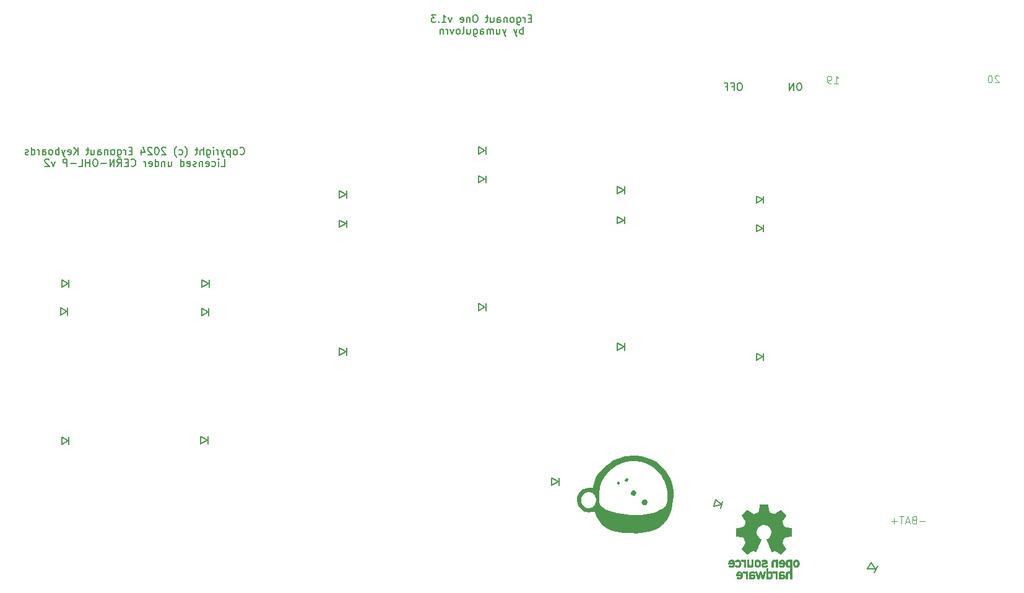
<source format=gbo>
%TF.GenerationSoftware,KiCad,Pcbnew,8.0.5*%
%TF.CreationDate,2024-10-02T06:15:47+03:00*%
%TF.ProjectId,pcb,7063622e-6b69-4636-9164-5f7063625858,rev?*%
%TF.SameCoordinates,Original*%
%TF.FileFunction,Legend,Bot*%
%TF.FilePolarity,Positive*%
%FSLAX46Y46*%
G04 Gerber Fmt 4.6, Leading zero omitted, Abs format (unit mm)*
G04 Created by KiCad (PCBNEW 8.0.5) date 2024-10-02 06:15:47*
%MOMM*%
%LPD*%
G01*
G04 APERTURE LIST*
%ADD10C,0.200000*%
%ADD11C,0.100000*%
%ADD12C,0.150000*%
%ADD13C,0.000000*%
%ADD14C,0.010000*%
G04 APERTURE END LIST*
D10*
X148229524Y-50123437D02*
X147896191Y-50123437D01*
X147753334Y-50647247D02*
X148229524Y-50647247D01*
X148229524Y-50647247D02*
X148229524Y-49647247D01*
X148229524Y-49647247D02*
X147753334Y-49647247D01*
X147324762Y-50647247D02*
X147324762Y-49980580D01*
X147324762Y-50171056D02*
X147277143Y-50075818D01*
X147277143Y-50075818D02*
X147229524Y-50028199D01*
X147229524Y-50028199D02*
X147134286Y-49980580D01*
X147134286Y-49980580D02*
X147039048Y-49980580D01*
X146277143Y-49980580D02*
X146277143Y-50790104D01*
X146277143Y-50790104D02*
X146324762Y-50885342D01*
X146324762Y-50885342D02*
X146372381Y-50932961D01*
X146372381Y-50932961D02*
X146467619Y-50980580D01*
X146467619Y-50980580D02*
X146610476Y-50980580D01*
X146610476Y-50980580D02*
X146705714Y-50932961D01*
X146277143Y-50599628D02*
X146372381Y-50647247D01*
X146372381Y-50647247D02*
X146562857Y-50647247D01*
X146562857Y-50647247D02*
X146658095Y-50599628D01*
X146658095Y-50599628D02*
X146705714Y-50552008D01*
X146705714Y-50552008D02*
X146753333Y-50456770D01*
X146753333Y-50456770D02*
X146753333Y-50171056D01*
X146753333Y-50171056D02*
X146705714Y-50075818D01*
X146705714Y-50075818D02*
X146658095Y-50028199D01*
X146658095Y-50028199D02*
X146562857Y-49980580D01*
X146562857Y-49980580D02*
X146372381Y-49980580D01*
X146372381Y-49980580D02*
X146277143Y-50028199D01*
X145658095Y-50647247D02*
X145753333Y-50599628D01*
X145753333Y-50599628D02*
X145800952Y-50552008D01*
X145800952Y-50552008D02*
X145848571Y-50456770D01*
X145848571Y-50456770D02*
X145848571Y-50171056D01*
X145848571Y-50171056D02*
X145800952Y-50075818D01*
X145800952Y-50075818D02*
X145753333Y-50028199D01*
X145753333Y-50028199D02*
X145658095Y-49980580D01*
X145658095Y-49980580D02*
X145515238Y-49980580D01*
X145515238Y-49980580D02*
X145420000Y-50028199D01*
X145420000Y-50028199D02*
X145372381Y-50075818D01*
X145372381Y-50075818D02*
X145324762Y-50171056D01*
X145324762Y-50171056D02*
X145324762Y-50456770D01*
X145324762Y-50456770D02*
X145372381Y-50552008D01*
X145372381Y-50552008D02*
X145420000Y-50599628D01*
X145420000Y-50599628D02*
X145515238Y-50647247D01*
X145515238Y-50647247D02*
X145658095Y-50647247D01*
X144896190Y-49980580D02*
X144896190Y-50647247D01*
X144896190Y-50075818D02*
X144848571Y-50028199D01*
X144848571Y-50028199D02*
X144753333Y-49980580D01*
X144753333Y-49980580D02*
X144610476Y-49980580D01*
X144610476Y-49980580D02*
X144515238Y-50028199D01*
X144515238Y-50028199D02*
X144467619Y-50123437D01*
X144467619Y-50123437D02*
X144467619Y-50647247D01*
X143562857Y-50647247D02*
X143562857Y-50123437D01*
X143562857Y-50123437D02*
X143610476Y-50028199D01*
X143610476Y-50028199D02*
X143705714Y-49980580D01*
X143705714Y-49980580D02*
X143896190Y-49980580D01*
X143896190Y-49980580D02*
X143991428Y-50028199D01*
X143562857Y-50599628D02*
X143658095Y-50647247D01*
X143658095Y-50647247D02*
X143896190Y-50647247D01*
X143896190Y-50647247D02*
X143991428Y-50599628D01*
X143991428Y-50599628D02*
X144039047Y-50504389D01*
X144039047Y-50504389D02*
X144039047Y-50409151D01*
X144039047Y-50409151D02*
X143991428Y-50313913D01*
X143991428Y-50313913D02*
X143896190Y-50266294D01*
X143896190Y-50266294D02*
X143658095Y-50266294D01*
X143658095Y-50266294D02*
X143562857Y-50218675D01*
X142658095Y-49980580D02*
X142658095Y-50647247D01*
X143086666Y-49980580D02*
X143086666Y-50504389D01*
X143086666Y-50504389D02*
X143039047Y-50599628D01*
X143039047Y-50599628D02*
X142943809Y-50647247D01*
X142943809Y-50647247D02*
X142800952Y-50647247D01*
X142800952Y-50647247D02*
X142705714Y-50599628D01*
X142705714Y-50599628D02*
X142658095Y-50552008D01*
X142324761Y-49980580D02*
X141943809Y-49980580D01*
X142181904Y-49647247D02*
X142181904Y-50504389D01*
X142181904Y-50504389D02*
X142134285Y-50599628D01*
X142134285Y-50599628D02*
X142039047Y-50647247D01*
X142039047Y-50647247D02*
X141943809Y-50647247D01*
X140658094Y-49647247D02*
X140467618Y-49647247D01*
X140467618Y-49647247D02*
X140372380Y-49694866D01*
X140372380Y-49694866D02*
X140277142Y-49790104D01*
X140277142Y-49790104D02*
X140229523Y-49980580D01*
X140229523Y-49980580D02*
X140229523Y-50313913D01*
X140229523Y-50313913D02*
X140277142Y-50504389D01*
X140277142Y-50504389D02*
X140372380Y-50599628D01*
X140372380Y-50599628D02*
X140467618Y-50647247D01*
X140467618Y-50647247D02*
X140658094Y-50647247D01*
X140658094Y-50647247D02*
X140753332Y-50599628D01*
X140753332Y-50599628D02*
X140848570Y-50504389D01*
X140848570Y-50504389D02*
X140896189Y-50313913D01*
X140896189Y-50313913D02*
X140896189Y-49980580D01*
X140896189Y-49980580D02*
X140848570Y-49790104D01*
X140848570Y-49790104D02*
X140753332Y-49694866D01*
X140753332Y-49694866D02*
X140658094Y-49647247D01*
X139800951Y-49980580D02*
X139800951Y-50647247D01*
X139800951Y-50075818D02*
X139753332Y-50028199D01*
X139753332Y-50028199D02*
X139658094Y-49980580D01*
X139658094Y-49980580D02*
X139515237Y-49980580D01*
X139515237Y-49980580D02*
X139419999Y-50028199D01*
X139419999Y-50028199D02*
X139372380Y-50123437D01*
X139372380Y-50123437D02*
X139372380Y-50647247D01*
X138515237Y-50599628D02*
X138610475Y-50647247D01*
X138610475Y-50647247D02*
X138800951Y-50647247D01*
X138800951Y-50647247D02*
X138896189Y-50599628D01*
X138896189Y-50599628D02*
X138943808Y-50504389D01*
X138943808Y-50504389D02*
X138943808Y-50123437D01*
X138943808Y-50123437D02*
X138896189Y-50028199D01*
X138896189Y-50028199D02*
X138800951Y-49980580D01*
X138800951Y-49980580D02*
X138610475Y-49980580D01*
X138610475Y-49980580D02*
X138515237Y-50028199D01*
X138515237Y-50028199D02*
X138467618Y-50123437D01*
X138467618Y-50123437D02*
X138467618Y-50218675D01*
X138467618Y-50218675D02*
X138943808Y-50313913D01*
X137372379Y-49980580D02*
X137134284Y-50647247D01*
X137134284Y-50647247D02*
X136896189Y-49980580D01*
X135991427Y-50647247D02*
X136562855Y-50647247D01*
X136277141Y-50647247D02*
X136277141Y-49647247D01*
X136277141Y-49647247D02*
X136372379Y-49790104D01*
X136372379Y-49790104D02*
X136467617Y-49885342D01*
X136467617Y-49885342D02*
X136562855Y-49932961D01*
X135562855Y-50552008D02*
X135515236Y-50599628D01*
X135515236Y-50599628D02*
X135562855Y-50647247D01*
X135562855Y-50647247D02*
X135610474Y-50599628D01*
X135610474Y-50599628D02*
X135562855Y-50552008D01*
X135562855Y-50552008D02*
X135562855Y-50647247D01*
X135181903Y-49647247D02*
X134562856Y-49647247D01*
X134562856Y-49647247D02*
X134896189Y-50028199D01*
X134896189Y-50028199D02*
X134753332Y-50028199D01*
X134753332Y-50028199D02*
X134658094Y-50075818D01*
X134658094Y-50075818D02*
X134610475Y-50123437D01*
X134610475Y-50123437D02*
X134562856Y-50218675D01*
X134562856Y-50218675D02*
X134562856Y-50456770D01*
X134562856Y-50456770D02*
X134610475Y-50552008D01*
X134610475Y-50552008D02*
X134658094Y-50599628D01*
X134658094Y-50599628D02*
X134753332Y-50647247D01*
X134753332Y-50647247D02*
X135039046Y-50647247D01*
X135039046Y-50647247D02*
X135134284Y-50599628D01*
X135134284Y-50599628D02*
X135181903Y-50552008D01*
X147110476Y-52257191D02*
X147110476Y-51257191D01*
X147110476Y-51638143D02*
X147015238Y-51590524D01*
X147015238Y-51590524D02*
X146824762Y-51590524D01*
X146824762Y-51590524D02*
X146729524Y-51638143D01*
X146729524Y-51638143D02*
X146681905Y-51685762D01*
X146681905Y-51685762D02*
X146634286Y-51781000D01*
X146634286Y-51781000D02*
X146634286Y-52066714D01*
X146634286Y-52066714D02*
X146681905Y-52161952D01*
X146681905Y-52161952D02*
X146729524Y-52209572D01*
X146729524Y-52209572D02*
X146824762Y-52257191D01*
X146824762Y-52257191D02*
X147015238Y-52257191D01*
X147015238Y-52257191D02*
X147110476Y-52209572D01*
X146300952Y-51590524D02*
X146062857Y-52257191D01*
X145824762Y-51590524D02*
X146062857Y-52257191D01*
X146062857Y-52257191D02*
X146158095Y-52495286D01*
X146158095Y-52495286D02*
X146205714Y-52542905D01*
X146205714Y-52542905D02*
X146300952Y-52590524D01*
X144777142Y-51590524D02*
X144539047Y-52257191D01*
X144300952Y-51590524D02*
X144539047Y-52257191D01*
X144539047Y-52257191D02*
X144634285Y-52495286D01*
X144634285Y-52495286D02*
X144681904Y-52542905D01*
X144681904Y-52542905D02*
X144777142Y-52590524D01*
X143491428Y-51590524D02*
X143491428Y-52257191D01*
X143919999Y-51590524D02*
X143919999Y-52114333D01*
X143919999Y-52114333D02*
X143872380Y-52209572D01*
X143872380Y-52209572D02*
X143777142Y-52257191D01*
X143777142Y-52257191D02*
X143634285Y-52257191D01*
X143634285Y-52257191D02*
X143539047Y-52209572D01*
X143539047Y-52209572D02*
X143491428Y-52161952D01*
X143015237Y-52257191D02*
X143015237Y-51590524D01*
X143015237Y-51685762D02*
X142967618Y-51638143D01*
X142967618Y-51638143D02*
X142872380Y-51590524D01*
X142872380Y-51590524D02*
X142729523Y-51590524D01*
X142729523Y-51590524D02*
X142634285Y-51638143D01*
X142634285Y-51638143D02*
X142586666Y-51733381D01*
X142586666Y-51733381D02*
X142586666Y-52257191D01*
X142586666Y-51733381D02*
X142539047Y-51638143D01*
X142539047Y-51638143D02*
X142443809Y-51590524D01*
X142443809Y-51590524D02*
X142300952Y-51590524D01*
X142300952Y-51590524D02*
X142205713Y-51638143D01*
X142205713Y-51638143D02*
X142158094Y-51733381D01*
X142158094Y-51733381D02*
X142158094Y-52257191D01*
X141253333Y-52257191D02*
X141253333Y-51733381D01*
X141253333Y-51733381D02*
X141300952Y-51638143D01*
X141300952Y-51638143D02*
X141396190Y-51590524D01*
X141396190Y-51590524D02*
X141586666Y-51590524D01*
X141586666Y-51590524D02*
X141681904Y-51638143D01*
X141253333Y-52209572D02*
X141348571Y-52257191D01*
X141348571Y-52257191D02*
X141586666Y-52257191D01*
X141586666Y-52257191D02*
X141681904Y-52209572D01*
X141681904Y-52209572D02*
X141729523Y-52114333D01*
X141729523Y-52114333D02*
X141729523Y-52019095D01*
X141729523Y-52019095D02*
X141681904Y-51923857D01*
X141681904Y-51923857D02*
X141586666Y-51876238D01*
X141586666Y-51876238D02*
X141348571Y-51876238D01*
X141348571Y-51876238D02*
X141253333Y-51828619D01*
X140348571Y-51590524D02*
X140348571Y-52400048D01*
X140348571Y-52400048D02*
X140396190Y-52495286D01*
X140396190Y-52495286D02*
X140443809Y-52542905D01*
X140443809Y-52542905D02*
X140539047Y-52590524D01*
X140539047Y-52590524D02*
X140681904Y-52590524D01*
X140681904Y-52590524D02*
X140777142Y-52542905D01*
X140348571Y-52209572D02*
X140443809Y-52257191D01*
X140443809Y-52257191D02*
X140634285Y-52257191D01*
X140634285Y-52257191D02*
X140729523Y-52209572D01*
X140729523Y-52209572D02*
X140777142Y-52161952D01*
X140777142Y-52161952D02*
X140824761Y-52066714D01*
X140824761Y-52066714D02*
X140824761Y-51781000D01*
X140824761Y-51781000D02*
X140777142Y-51685762D01*
X140777142Y-51685762D02*
X140729523Y-51638143D01*
X140729523Y-51638143D02*
X140634285Y-51590524D01*
X140634285Y-51590524D02*
X140443809Y-51590524D01*
X140443809Y-51590524D02*
X140348571Y-51638143D01*
X139443809Y-51590524D02*
X139443809Y-52257191D01*
X139872380Y-51590524D02*
X139872380Y-52114333D01*
X139872380Y-52114333D02*
X139824761Y-52209572D01*
X139824761Y-52209572D02*
X139729523Y-52257191D01*
X139729523Y-52257191D02*
X139586666Y-52257191D01*
X139586666Y-52257191D02*
X139491428Y-52209572D01*
X139491428Y-52209572D02*
X139443809Y-52161952D01*
X138824761Y-52257191D02*
X138919999Y-52209572D01*
X138919999Y-52209572D02*
X138967618Y-52114333D01*
X138967618Y-52114333D02*
X138967618Y-51257191D01*
X138300951Y-52257191D02*
X138396189Y-52209572D01*
X138396189Y-52209572D02*
X138443808Y-52161952D01*
X138443808Y-52161952D02*
X138491427Y-52066714D01*
X138491427Y-52066714D02*
X138491427Y-51781000D01*
X138491427Y-51781000D02*
X138443808Y-51685762D01*
X138443808Y-51685762D02*
X138396189Y-51638143D01*
X138396189Y-51638143D02*
X138300951Y-51590524D01*
X138300951Y-51590524D02*
X138158094Y-51590524D01*
X138158094Y-51590524D02*
X138062856Y-51638143D01*
X138062856Y-51638143D02*
X138015237Y-51685762D01*
X138015237Y-51685762D02*
X137967618Y-51781000D01*
X137967618Y-51781000D02*
X137967618Y-52066714D01*
X137967618Y-52066714D02*
X138015237Y-52161952D01*
X138015237Y-52161952D02*
X138062856Y-52209572D01*
X138062856Y-52209572D02*
X138158094Y-52257191D01*
X138158094Y-52257191D02*
X138300951Y-52257191D01*
X137634284Y-51590524D02*
X137396189Y-52257191D01*
X137396189Y-52257191D02*
X137158094Y-51590524D01*
X136777141Y-52257191D02*
X136777141Y-51590524D01*
X136777141Y-51781000D02*
X136729522Y-51685762D01*
X136729522Y-51685762D02*
X136681903Y-51638143D01*
X136681903Y-51638143D02*
X136586665Y-51590524D01*
X136586665Y-51590524D02*
X136491427Y-51590524D01*
X136158093Y-51590524D02*
X136158093Y-52257191D01*
X136158093Y-51685762D02*
X136110474Y-51638143D01*
X136110474Y-51638143D02*
X136015236Y-51590524D01*
X136015236Y-51590524D02*
X135872379Y-51590524D01*
X135872379Y-51590524D02*
X135777141Y-51638143D01*
X135777141Y-51638143D02*
X135729522Y-51733381D01*
X135729522Y-51733381D02*
X135729522Y-52257191D01*
X108380955Y-68642978D02*
X108428574Y-68690598D01*
X108428574Y-68690598D02*
X108571431Y-68738217D01*
X108571431Y-68738217D02*
X108666669Y-68738217D01*
X108666669Y-68738217D02*
X108809526Y-68690598D01*
X108809526Y-68690598D02*
X108904764Y-68595359D01*
X108904764Y-68595359D02*
X108952383Y-68500121D01*
X108952383Y-68500121D02*
X109000002Y-68309645D01*
X109000002Y-68309645D02*
X109000002Y-68166788D01*
X109000002Y-68166788D02*
X108952383Y-67976312D01*
X108952383Y-67976312D02*
X108904764Y-67881074D01*
X108904764Y-67881074D02*
X108809526Y-67785836D01*
X108809526Y-67785836D02*
X108666669Y-67738217D01*
X108666669Y-67738217D02*
X108571431Y-67738217D01*
X108571431Y-67738217D02*
X108428574Y-67785836D01*
X108428574Y-67785836D02*
X108380955Y-67833455D01*
X107809526Y-68738217D02*
X107904764Y-68690598D01*
X107904764Y-68690598D02*
X107952383Y-68642978D01*
X107952383Y-68642978D02*
X108000002Y-68547740D01*
X108000002Y-68547740D02*
X108000002Y-68262026D01*
X108000002Y-68262026D02*
X107952383Y-68166788D01*
X107952383Y-68166788D02*
X107904764Y-68119169D01*
X107904764Y-68119169D02*
X107809526Y-68071550D01*
X107809526Y-68071550D02*
X107666669Y-68071550D01*
X107666669Y-68071550D02*
X107571431Y-68119169D01*
X107571431Y-68119169D02*
X107523812Y-68166788D01*
X107523812Y-68166788D02*
X107476193Y-68262026D01*
X107476193Y-68262026D02*
X107476193Y-68547740D01*
X107476193Y-68547740D02*
X107523812Y-68642978D01*
X107523812Y-68642978D02*
X107571431Y-68690598D01*
X107571431Y-68690598D02*
X107666669Y-68738217D01*
X107666669Y-68738217D02*
X107809526Y-68738217D01*
X107047621Y-68071550D02*
X107047621Y-69071550D01*
X107047621Y-68119169D02*
X106952383Y-68071550D01*
X106952383Y-68071550D02*
X106761907Y-68071550D01*
X106761907Y-68071550D02*
X106666669Y-68119169D01*
X106666669Y-68119169D02*
X106619050Y-68166788D01*
X106619050Y-68166788D02*
X106571431Y-68262026D01*
X106571431Y-68262026D02*
X106571431Y-68547740D01*
X106571431Y-68547740D02*
X106619050Y-68642978D01*
X106619050Y-68642978D02*
X106666669Y-68690598D01*
X106666669Y-68690598D02*
X106761907Y-68738217D01*
X106761907Y-68738217D02*
X106952383Y-68738217D01*
X106952383Y-68738217D02*
X107047621Y-68690598D01*
X106238097Y-68071550D02*
X106000002Y-68738217D01*
X105761907Y-68071550D02*
X106000002Y-68738217D01*
X106000002Y-68738217D02*
X106095240Y-68976312D01*
X106095240Y-68976312D02*
X106142859Y-69023931D01*
X106142859Y-69023931D02*
X106238097Y-69071550D01*
X105380954Y-68738217D02*
X105380954Y-68071550D01*
X105380954Y-68262026D02*
X105333335Y-68166788D01*
X105333335Y-68166788D02*
X105285716Y-68119169D01*
X105285716Y-68119169D02*
X105190478Y-68071550D01*
X105190478Y-68071550D02*
X105095240Y-68071550D01*
X104761906Y-68738217D02*
X104761906Y-68071550D01*
X104761906Y-67738217D02*
X104809525Y-67785836D01*
X104809525Y-67785836D02*
X104761906Y-67833455D01*
X104761906Y-67833455D02*
X104714287Y-67785836D01*
X104714287Y-67785836D02*
X104761906Y-67738217D01*
X104761906Y-67738217D02*
X104761906Y-67833455D01*
X103857145Y-68071550D02*
X103857145Y-68881074D01*
X103857145Y-68881074D02*
X103904764Y-68976312D01*
X103904764Y-68976312D02*
X103952383Y-69023931D01*
X103952383Y-69023931D02*
X104047621Y-69071550D01*
X104047621Y-69071550D02*
X104190478Y-69071550D01*
X104190478Y-69071550D02*
X104285716Y-69023931D01*
X103857145Y-68690598D02*
X103952383Y-68738217D01*
X103952383Y-68738217D02*
X104142859Y-68738217D01*
X104142859Y-68738217D02*
X104238097Y-68690598D01*
X104238097Y-68690598D02*
X104285716Y-68642978D01*
X104285716Y-68642978D02*
X104333335Y-68547740D01*
X104333335Y-68547740D02*
X104333335Y-68262026D01*
X104333335Y-68262026D02*
X104285716Y-68166788D01*
X104285716Y-68166788D02*
X104238097Y-68119169D01*
X104238097Y-68119169D02*
X104142859Y-68071550D01*
X104142859Y-68071550D02*
X103952383Y-68071550D01*
X103952383Y-68071550D02*
X103857145Y-68119169D01*
X103380954Y-68738217D02*
X103380954Y-67738217D01*
X102952383Y-68738217D02*
X102952383Y-68214407D01*
X102952383Y-68214407D02*
X103000002Y-68119169D01*
X103000002Y-68119169D02*
X103095240Y-68071550D01*
X103095240Y-68071550D02*
X103238097Y-68071550D01*
X103238097Y-68071550D02*
X103333335Y-68119169D01*
X103333335Y-68119169D02*
X103380954Y-68166788D01*
X102619049Y-68071550D02*
X102238097Y-68071550D01*
X102476192Y-67738217D02*
X102476192Y-68595359D01*
X102476192Y-68595359D02*
X102428573Y-68690598D01*
X102428573Y-68690598D02*
X102333335Y-68738217D01*
X102333335Y-68738217D02*
X102238097Y-68738217D01*
X100857144Y-69119169D02*
X100904763Y-69071550D01*
X100904763Y-69071550D02*
X101000001Y-68928693D01*
X101000001Y-68928693D02*
X101047620Y-68833455D01*
X101047620Y-68833455D02*
X101095239Y-68690598D01*
X101095239Y-68690598D02*
X101142858Y-68452502D01*
X101142858Y-68452502D02*
X101142858Y-68262026D01*
X101142858Y-68262026D02*
X101095239Y-68023931D01*
X101095239Y-68023931D02*
X101047620Y-67881074D01*
X101047620Y-67881074D02*
X101000001Y-67785836D01*
X101000001Y-67785836D02*
X100904763Y-67642978D01*
X100904763Y-67642978D02*
X100857144Y-67595359D01*
X100047620Y-68690598D02*
X100142858Y-68738217D01*
X100142858Y-68738217D02*
X100333334Y-68738217D01*
X100333334Y-68738217D02*
X100428572Y-68690598D01*
X100428572Y-68690598D02*
X100476191Y-68642978D01*
X100476191Y-68642978D02*
X100523810Y-68547740D01*
X100523810Y-68547740D02*
X100523810Y-68262026D01*
X100523810Y-68262026D02*
X100476191Y-68166788D01*
X100476191Y-68166788D02*
X100428572Y-68119169D01*
X100428572Y-68119169D02*
X100333334Y-68071550D01*
X100333334Y-68071550D02*
X100142858Y-68071550D01*
X100142858Y-68071550D02*
X100047620Y-68119169D01*
X99714286Y-69119169D02*
X99666667Y-69071550D01*
X99666667Y-69071550D02*
X99571429Y-68928693D01*
X99571429Y-68928693D02*
X99523810Y-68833455D01*
X99523810Y-68833455D02*
X99476191Y-68690598D01*
X99476191Y-68690598D02*
X99428572Y-68452502D01*
X99428572Y-68452502D02*
X99428572Y-68262026D01*
X99428572Y-68262026D02*
X99476191Y-68023931D01*
X99476191Y-68023931D02*
X99523810Y-67881074D01*
X99523810Y-67881074D02*
X99571429Y-67785836D01*
X99571429Y-67785836D02*
X99666667Y-67642978D01*
X99666667Y-67642978D02*
X99714286Y-67595359D01*
X98238095Y-67833455D02*
X98190476Y-67785836D01*
X98190476Y-67785836D02*
X98095238Y-67738217D01*
X98095238Y-67738217D02*
X97857143Y-67738217D01*
X97857143Y-67738217D02*
X97761905Y-67785836D01*
X97761905Y-67785836D02*
X97714286Y-67833455D01*
X97714286Y-67833455D02*
X97666667Y-67928693D01*
X97666667Y-67928693D02*
X97666667Y-68023931D01*
X97666667Y-68023931D02*
X97714286Y-68166788D01*
X97714286Y-68166788D02*
X98285714Y-68738217D01*
X98285714Y-68738217D02*
X97666667Y-68738217D01*
X97047619Y-67738217D02*
X96952381Y-67738217D01*
X96952381Y-67738217D02*
X96857143Y-67785836D01*
X96857143Y-67785836D02*
X96809524Y-67833455D01*
X96809524Y-67833455D02*
X96761905Y-67928693D01*
X96761905Y-67928693D02*
X96714286Y-68119169D01*
X96714286Y-68119169D02*
X96714286Y-68357264D01*
X96714286Y-68357264D02*
X96761905Y-68547740D01*
X96761905Y-68547740D02*
X96809524Y-68642978D01*
X96809524Y-68642978D02*
X96857143Y-68690598D01*
X96857143Y-68690598D02*
X96952381Y-68738217D01*
X96952381Y-68738217D02*
X97047619Y-68738217D01*
X97047619Y-68738217D02*
X97142857Y-68690598D01*
X97142857Y-68690598D02*
X97190476Y-68642978D01*
X97190476Y-68642978D02*
X97238095Y-68547740D01*
X97238095Y-68547740D02*
X97285714Y-68357264D01*
X97285714Y-68357264D02*
X97285714Y-68119169D01*
X97285714Y-68119169D02*
X97238095Y-67928693D01*
X97238095Y-67928693D02*
X97190476Y-67833455D01*
X97190476Y-67833455D02*
X97142857Y-67785836D01*
X97142857Y-67785836D02*
X97047619Y-67738217D01*
X96333333Y-67833455D02*
X96285714Y-67785836D01*
X96285714Y-67785836D02*
X96190476Y-67738217D01*
X96190476Y-67738217D02*
X95952381Y-67738217D01*
X95952381Y-67738217D02*
X95857143Y-67785836D01*
X95857143Y-67785836D02*
X95809524Y-67833455D01*
X95809524Y-67833455D02*
X95761905Y-67928693D01*
X95761905Y-67928693D02*
X95761905Y-68023931D01*
X95761905Y-68023931D02*
X95809524Y-68166788D01*
X95809524Y-68166788D02*
X96380952Y-68738217D01*
X96380952Y-68738217D02*
X95761905Y-68738217D01*
X94904762Y-68071550D02*
X94904762Y-68738217D01*
X95142857Y-67690598D02*
X95380952Y-68404883D01*
X95380952Y-68404883D02*
X94761905Y-68404883D01*
X93619047Y-68214407D02*
X93285714Y-68214407D01*
X93142857Y-68738217D02*
X93619047Y-68738217D01*
X93619047Y-68738217D02*
X93619047Y-67738217D01*
X93619047Y-67738217D02*
X93142857Y-67738217D01*
X92714285Y-68738217D02*
X92714285Y-68071550D01*
X92714285Y-68262026D02*
X92666666Y-68166788D01*
X92666666Y-68166788D02*
X92619047Y-68119169D01*
X92619047Y-68119169D02*
X92523809Y-68071550D01*
X92523809Y-68071550D02*
X92428571Y-68071550D01*
X91666666Y-68071550D02*
X91666666Y-68881074D01*
X91666666Y-68881074D02*
X91714285Y-68976312D01*
X91714285Y-68976312D02*
X91761904Y-69023931D01*
X91761904Y-69023931D02*
X91857142Y-69071550D01*
X91857142Y-69071550D02*
X91999999Y-69071550D01*
X91999999Y-69071550D02*
X92095237Y-69023931D01*
X91666666Y-68690598D02*
X91761904Y-68738217D01*
X91761904Y-68738217D02*
X91952380Y-68738217D01*
X91952380Y-68738217D02*
X92047618Y-68690598D01*
X92047618Y-68690598D02*
X92095237Y-68642978D01*
X92095237Y-68642978D02*
X92142856Y-68547740D01*
X92142856Y-68547740D02*
X92142856Y-68262026D01*
X92142856Y-68262026D02*
X92095237Y-68166788D01*
X92095237Y-68166788D02*
X92047618Y-68119169D01*
X92047618Y-68119169D02*
X91952380Y-68071550D01*
X91952380Y-68071550D02*
X91761904Y-68071550D01*
X91761904Y-68071550D02*
X91666666Y-68119169D01*
X91047618Y-68738217D02*
X91142856Y-68690598D01*
X91142856Y-68690598D02*
X91190475Y-68642978D01*
X91190475Y-68642978D02*
X91238094Y-68547740D01*
X91238094Y-68547740D02*
X91238094Y-68262026D01*
X91238094Y-68262026D02*
X91190475Y-68166788D01*
X91190475Y-68166788D02*
X91142856Y-68119169D01*
X91142856Y-68119169D02*
X91047618Y-68071550D01*
X91047618Y-68071550D02*
X90904761Y-68071550D01*
X90904761Y-68071550D02*
X90809523Y-68119169D01*
X90809523Y-68119169D02*
X90761904Y-68166788D01*
X90761904Y-68166788D02*
X90714285Y-68262026D01*
X90714285Y-68262026D02*
X90714285Y-68547740D01*
X90714285Y-68547740D02*
X90761904Y-68642978D01*
X90761904Y-68642978D02*
X90809523Y-68690598D01*
X90809523Y-68690598D02*
X90904761Y-68738217D01*
X90904761Y-68738217D02*
X91047618Y-68738217D01*
X90285713Y-68071550D02*
X90285713Y-68738217D01*
X90285713Y-68166788D02*
X90238094Y-68119169D01*
X90238094Y-68119169D02*
X90142856Y-68071550D01*
X90142856Y-68071550D02*
X89999999Y-68071550D01*
X89999999Y-68071550D02*
X89904761Y-68119169D01*
X89904761Y-68119169D02*
X89857142Y-68214407D01*
X89857142Y-68214407D02*
X89857142Y-68738217D01*
X88952380Y-68738217D02*
X88952380Y-68214407D01*
X88952380Y-68214407D02*
X88999999Y-68119169D01*
X88999999Y-68119169D02*
X89095237Y-68071550D01*
X89095237Y-68071550D02*
X89285713Y-68071550D01*
X89285713Y-68071550D02*
X89380951Y-68119169D01*
X88952380Y-68690598D02*
X89047618Y-68738217D01*
X89047618Y-68738217D02*
X89285713Y-68738217D01*
X89285713Y-68738217D02*
X89380951Y-68690598D01*
X89380951Y-68690598D02*
X89428570Y-68595359D01*
X89428570Y-68595359D02*
X89428570Y-68500121D01*
X89428570Y-68500121D02*
X89380951Y-68404883D01*
X89380951Y-68404883D02*
X89285713Y-68357264D01*
X89285713Y-68357264D02*
X89047618Y-68357264D01*
X89047618Y-68357264D02*
X88952380Y-68309645D01*
X88047618Y-68071550D02*
X88047618Y-68738217D01*
X88476189Y-68071550D02*
X88476189Y-68595359D01*
X88476189Y-68595359D02*
X88428570Y-68690598D01*
X88428570Y-68690598D02*
X88333332Y-68738217D01*
X88333332Y-68738217D02*
X88190475Y-68738217D01*
X88190475Y-68738217D02*
X88095237Y-68690598D01*
X88095237Y-68690598D02*
X88047618Y-68642978D01*
X87714284Y-68071550D02*
X87333332Y-68071550D01*
X87571427Y-67738217D02*
X87571427Y-68595359D01*
X87571427Y-68595359D02*
X87523808Y-68690598D01*
X87523808Y-68690598D02*
X87428570Y-68738217D01*
X87428570Y-68738217D02*
X87333332Y-68738217D01*
X86238093Y-68738217D02*
X86238093Y-67738217D01*
X85666665Y-68738217D02*
X86095236Y-68166788D01*
X85666665Y-67738217D02*
X86238093Y-68309645D01*
X84857141Y-68690598D02*
X84952379Y-68738217D01*
X84952379Y-68738217D02*
X85142855Y-68738217D01*
X85142855Y-68738217D02*
X85238093Y-68690598D01*
X85238093Y-68690598D02*
X85285712Y-68595359D01*
X85285712Y-68595359D02*
X85285712Y-68214407D01*
X85285712Y-68214407D02*
X85238093Y-68119169D01*
X85238093Y-68119169D02*
X85142855Y-68071550D01*
X85142855Y-68071550D02*
X84952379Y-68071550D01*
X84952379Y-68071550D02*
X84857141Y-68119169D01*
X84857141Y-68119169D02*
X84809522Y-68214407D01*
X84809522Y-68214407D02*
X84809522Y-68309645D01*
X84809522Y-68309645D02*
X85285712Y-68404883D01*
X84476188Y-68071550D02*
X84238093Y-68738217D01*
X83999998Y-68071550D02*
X84238093Y-68738217D01*
X84238093Y-68738217D02*
X84333331Y-68976312D01*
X84333331Y-68976312D02*
X84380950Y-69023931D01*
X84380950Y-69023931D02*
X84476188Y-69071550D01*
X83619045Y-68738217D02*
X83619045Y-67738217D01*
X83619045Y-68119169D02*
X83523807Y-68071550D01*
X83523807Y-68071550D02*
X83333331Y-68071550D01*
X83333331Y-68071550D02*
X83238093Y-68119169D01*
X83238093Y-68119169D02*
X83190474Y-68166788D01*
X83190474Y-68166788D02*
X83142855Y-68262026D01*
X83142855Y-68262026D02*
X83142855Y-68547740D01*
X83142855Y-68547740D02*
X83190474Y-68642978D01*
X83190474Y-68642978D02*
X83238093Y-68690598D01*
X83238093Y-68690598D02*
X83333331Y-68738217D01*
X83333331Y-68738217D02*
X83523807Y-68738217D01*
X83523807Y-68738217D02*
X83619045Y-68690598D01*
X82571426Y-68738217D02*
X82666664Y-68690598D01*
X82666664Y-68690598D02*
X82714283Y-68642978D01*
X82714283Y-68642978D02*
X82761902Y-68547740D01*
X82761902Y-68547740D02*
X82761902Y-68262026D01*
X82761902Y-68262026D02*
X82714283Y-68166788D01*
X82714283Y-68166788D02*
X82666664Y-68119169D01*
X82666664Y-68119169D02*
X82571426Y-68071550D01*
X82571426Y-68071550D02*
X82428569Y-68071550D01*
X82428569Y-68071550D02*
X82333331Y-68119169D01*
X82333331Y-68119169D02*
X82285712Y-68166788D01*
X82285712Y-68166788D02*
X82238093Y-68262026D01*
X82238093Y-68262026D02*
X82238093Y-68547740D01*
X82238093Y-68547740D02*
X82285712Y-68642978D01*
X82285712Y-68642978D02*
X82333331Y-68690598D01*
X82333331Y-68690598D02*
X82428569Y-68738217D01*
X82428569Y-68738217D02*
X82571426Y-68738217D01*
X81380950Y-68738217D02*
X81380950Y-68214407D01*
X81380950Y-68214407D02*
X81428569Y-68119169D01*
X81428569Y-68119169D02*
X81523807Y-68071550D01*
X81523807Y-68071550D02*
X81714283Y-68071550D01*
X81714283Y-68071550D02*
X81809521Y-68119169D01*
X81380950Y-68690598D02*
X81476188Y-68738217D01*
X81476188Y-68738217D02*
X81714283Y-68738217D01*
X81714283Y-68738217D02*
X81809521Y-68690598D01*
X81809521Y-68690598D02*
X81857140Y-68595359D01*
X81857140Y-68595359D02*
X81857140Y-68500121D01*
X81857140Y-68500121D02*
X81809521Y-68404883D01*
X81809521Y-68404883D02*
X81714283Y-68357264D01*
X81714283Y-68357264D02*
X81476188Y-68357264D01*
X81476188Y-68357264D02*
X81380950Y-68309645D01*
X80904759Y-68738217D02*
X80904759Y-68071550D01*
X80904759Y-68262026D02*
X80857140Y-68166788D01*
X80857140Y-68166788D02*
X80809521Y-68119169D01*
X80809521Y-68119169D02*
X80714283Y-68071550D01*
X80714283Y-68071550D02*
X80619045Y-68071550D01*
X79857140Y-68738217D02*
X79857140Y-67738217D01*
X79857140Y-68690598D02*
X79952378Y-68738217D01*
X79952378Y-68738217D02*
X80142854Y-68738217D01*
X80142854Y-68738217D02*
X80238092Y-68690598D01*
X80238092Y-68690598D02*
X80285711Y-68642978D01*
X80285711Y-68642978D02*
X80333330Y-68547740D01*
X80333330Y-68547740D02*
X80333330Y-68262026D01*
X80333330Y-68262026D02*
X80285711Y-68166788D01*
X80285711Y-68166788D02*
X80238092Y-68119169D01*
X80238092Y-68119169D02*
X80142854Y-68071550D01*
X80142854Y-68071550D02*
X79952378Y-68071550D01*
X79952378Y-68071550D02*
X79857140Y-68119169D01*
X79428568Y-68690598D02*
X79333330Y-68738217D01*
X79333330Y-68738217D02*
X79142854Y-68738217D01*
X79142854Y-68738217D02*
X79047616Y-68690598D01*
X79047616Y-68690598D02*
X78999997Y-68595359D01*
X78999997Y-68595359D02*
X78999997Y-68547740D01*
X78999997Y-68547740D02*
X79047616Y-68452502D01*
X79047616Y-68452502D02*
X79142854Y-68404883D01*
X79142854Y-68404883D02*
X79285711Y-68404883D01*
X79285711Y-68404883D02*
X79380949Y-68357264D01*
X79380949Y-68357264D02*
X79428568Y-68262026D01*
X79428568Y-68262026D02*
X79428568Y-68214407D01*
X79428568Y-68214407D02*
X79380949Y-68119169D01*
X79380949Y-68119169D02*
X79285711Y-68071550D01*
X79285711Y-68071550D02*
X79142854Y-68071550D01*
X79142854Y-68071550D02*
X79047616Y-68119169D01*
X105785715Y-70348161D02*
X106261905Y-70348161D01*
X106261905Y-70348161D02*
X106261905Y-69348161D01*
X105452381Y-70348161D02*
X105452381Y-69681494D01*
X105452381Y-69348161D02*
X105500000Y-69395780D01*
X105500000Y-69395780D02*
X105452381Y-69443399D01*
X105452381Y-69443399D02*
X105404762Y-69395780D01*
X105404762Y-69395780D02*
X105452381Y-69348161D01*
X105452381Y-69348161D02*
X105452381Y-69443399D01*
X104547620Y-70300542D02*
X104642858Y-70348161D01*
X104642858Y-70348161D02*
X104833334Y-70348161D01*
X104833334Y-70348161D02*
X104928572Y-70300542D01*
X104928572Y-70300542D02*
X104976191Y-70252922D01*
X104976191Y-70252922D02*
X105023810Y-70157684D01*
X105023810Y-70157684D02*
X105023810Y-69871970D01*
X105023810Y-69871970D02*
X104976191Y-69776732D01*
X104976191Y-69776732D02*
X104928572Y-69729113D01*
X104928572Y-69729113D02*
X104833334Y-69681494D01*
X104833334Y-69681494D02*
X104642858Y-69681494D01*
X104642858Y-69681494D02*
X104547620Y-69729113D01*
X103738096Y-70300542D02*
X103833334Y-70348161D01*
X103833334Y-70348161D02*
X104023810Y-70348161D01*
X104023810Y-70348161D02*
X104119048Y-70300542D01*
X104119048Y-70300542D02*
X104166667Y-70205303D01*
X104166667Y-70205303D02*
X104166667Y-69824351D01*
X104166667Y-69824351D02*
X104119048Y-69729113D01*
X104119048Y-69729113D02*
X104023810Y-69681494D01*
X104023810Y-69681494D02*
X103833334Y-69681494D01*
X103833334Y-69681494D02*
X103738096Y-69729113D01*
X103738096Y-69729113D02*
X103690477Y-69824351D01*
X103690477Y-69824351D02*
X103690477Y-69919589D01*
X103690477Y-69919589D02*
X104166667Y-70014827D01*
X103261905Y-69681494D02*
X103261905Y-70348161D01*
X103261905Y-69776732D02*
X103214286Y-69729113D01*
X103214286Y-69729113D02*
X103119048Y-69681494D01*
X103119048Y-69681494D02*
X102976191Y-69681494D01*
X102976191Y-69681494D02*
X102880953Y-69729113D01*
X102880953Y-69729113D02*
X102833334Y-69824351D01*
X102833334Y-69824351D02*
X102833334Y-70348161D01*
X102404762Y-70300542D02*
X102309524Y-70348161D01*
X102309524Y-70348161D02*
X102119048Y-70348161D01*
X102119048Y-70348161D02*
X102023810Y-70300542D01*
X102023810Y-70300542D02*
X101976191Y-70205303D01*
X101976191Y-70205303D02*
X101976191Y-70157684D01*
X101976191Y-70157684D02*
X102023810Y-70062446D01*
X102023810Y-70062446D02*
X102119048Y-70014827D01*
X102119048Y-70014827D02*
X102261905Y-70014827D01*
X102261905Y-70014827D02*
X102357143Y-69967208D01*
X102357143Y-69967208D02*
X102404762Y-69871970D01*
X102404762Y-69871970D02*
X102404762Y-69824351D01*
X102404762Y-69824351D02*
X102357143Y-69729113D01*
X102357143Y-69729113D02*
X102261905Y-69681494D01*
X102261905Y-69681494D02*
X102119048Y-69681494D01*
X102119048Y-69681494D02*
X102023810Y-69729113D01*
X101166667Y-70300542D02*
X101261905Y-70348161D01*
X101261905Y-70348161D02*
X101452381Y-70348161D01*
X101452381Y-70348161D02*
X101547619Y-70300542D01*
X101547619Y-70300542D02*
X101595238Y-70205303D01*
X101595238Y-70205303D02*
X101595238Y-69824351D01*
X101595238Y-69824351D02*
X101547619Y-69729113D01*
X101547619Y-69729113D02*
X101452381Y-69681494D01*
X101452381Y-69681494D02*
X101261905Y-69681494D01*
X101261905Y-69681494D02*
X101166667Y-69729113D01*
X101166667Y-69729113D02*
X101119048Y-69824351D01*
X101119048Y-69824351D02*
X101119048Y-69919589D01*
X101119048Y-69919589D02*
X101595238Y-70014827D01*
X100261905Y-70348161D02*
X100261905Y-69348161D01*
X100261905Y-70300542D02*
X100357143Y-70348161D01*
X100357143Y-70348161D02*
X100547619Y-70348161D01*
X100547619Y-70348161D02*
X100642857Y-70300542D01*
X100642857Y-70300542D02*
X100690476Y-70252922D01*
X100690476Y-70252922D02*
X100738095Y-70157684D01*
X100738095Y-70157684D02*
X100738095Y-69871970D01*
X100738095Y-69871970D02*
X100690476Y-69776732D01*
X100690476Y-69776732D02*
X100642857Y-69729113D01*
X100642857Y-69729113D02*
X100547619Y-69681494D01*
X100547619Y-69681494D02*
X100357143Y-69681494D01*
X100357143Y-69681494D02*
X100261905Y-69729113D01*
X98595238Y-69681494D02*
X98595238Y-70348161D01*
X99023809Y-69681494D02*
X99023809Y-70205303D01*
X99023809Y-70205303D02*
X98976190Y-70300542D01*
X98976190Y-70300542D02*
X98880952Y-70348161D01*
X98880952Y-70348161D02*
X98738095Y-70348161D01*
X98738095Y-70348161D02*
X98642857Y-70300542D01*
X98642857Y-70300542D02*
X98595238Y-70252922D01*
X98119047Y-69681494D02*
X98119047Y-70348161D01*
X98119047Y-69776732D02*
X98071428Y-69729113D01*
X98071428Y-69729113D02*
X97976190Y-69681494D01*
X97976190Y-69681494D02*
X97833333Y-69681494D01*
X97833333Y-69681494D02*
X97738095Y-69729113D01*
X97738095Y-69729113D02*
X97690476Y-69824351D01*
X97690476Y-69824351D02*
X97690476Y-70348161D01*
X96785714Y-70348161D02*
X96785714Y-69348161D01*
X96785714Y-70300542D02*
X96880952Y-70348161D01*
X96880952Y-70348161D02*
X97071428Y-70348161D01*
X97071428Y-70348161D02*
X97166666Y-70300542D01*
X97166666Y-70300542D02*
X97214285Y-70252922D01*
X97214285Y-70252922D02*
X97261904Y-70157684D01*
X97261904Y-70157684D02*
X97261904Y-69871970D01*
X97261904Y-69871970D02*
X97214285Y-69776732D01*
X97214285Y-69776732D02*
X97166666Y-69729113D01*
X97166666Y-69729113D02*
X97071428Y-69681494D01*
X97071428Y-69681494D02*
X96880952Y-69681494D01*
X96880952Y-69681494D02*
X96785714Y-69729113D01*
X95928571Y-70300542D02*
X96023809Y-70348161D01*
X96023809Y-70348161D02*
X96214285Y-70348161D01*
X96214285Y-70348161D02*
X96309523Y-70300542D01*
X96309523Y-70300542D02*
X96357142Y-70205303D01*
X96357142Y-70205303D02*
X96357142Y-69824351D01*
X96357142Y-69824351D02*
X96309523Y-69729113D01*
X96309523Y-69729113D02*
X96214285Y-69681494D01*
X96214285Y-69681494D02*
X96023809Y-69681494D01*
X96023809Y-69681494D02*
X95928571Y-69729113D01*
X95928571Y-69729113D02*
X95880952Y-69824351D01*
X95880952Y-69824351D02*
X95880952Y-69919589D01*
X95880952Y-69919589D02*
X96357142Y-70014827D01*
X95452380Y-70348161D02*
X95452380Y-69681494D01*
X95452380Y-69871970D02*
X95404761Y-69776732D01*
X95404761Y-69776732D02*
X95357142Y-69729113D01*
X95357142Y-69729113D02*
X95261904Y-69681494D01*
X95261904Y-69681494D02*
X95166666Y-69681494D01*
X93499999Y-70252922D02*
X93547618Y-70300542D01*
X93547618Y-70300542D02*
X93690475Y-70348161D01*
X93690475Y-70348161D02*
X93785713Y-70348161D01*
X93785713Y-70348161D02*
X93928570Y-70300542D01*
X93928570Y-70300542D02*
X94023808Y-70205303D01*
X94023808Y-70205303D02*
X94071427Y-70110065D01*
X94071427Y-70110065D02*
X94119046Y-69919589D01*
X94119046Y-69919589D02*
X94119046Y-69776732D01*
X94119046Y-69776732D02*
X94071427Y-69586256D01*
X94071427Y-69586256D02*
X94023808Y-69491018D01*
X94023808Y-69491018D02*
X93928570Y-69395780D01*
X93928570Y-69395780D02*
X93785713Y-69348161D01*
X93785713Y-69348161D02*
X93690475Y-69348161D01*
X93690475Y-69348161D02*
X93547618Y-69395780D01*
X93547618Y-69395780D02*
X93499999Y-69443399D01*
X93071427Y-69824351D02*
X92738094Y-69824351D01*
X92595237Y-70348161D02*
X93071427Y-70348161D01*
X93071427Y-70348161D02*
X93071427Y-69348161D01*
X93071427Y-69348161D02*
X92595237Y-69348161D01*
X91595237Y-70348161D02*
X91928570Y-69871970D01*
X92166665Y-70348161D02*
X92166665Y-69348161D01*
X92166665Y-69348161D02*
X91785713Y-69348161D01*
X91785713Y-69348161D02*
X91690475Y-69395780D01*
X91690475Y-69395780D02*
X91642856Y-69443399D01*
X91642856Y-69443399D02*
X91595237Y-69538637D01*
X91595237Y-69538637D02*
X91595237Y-69681494D01*
X91595237Y-69681494D02*
X91642856Y-69776732D01*
X91642856Y-69776732D02*
X91690475Y-69824351D01*
X91690475Y-69824351D02*
X91785713Y-69871970D01*
X91785713Y-69871970D02*
X92166665Y-69871970D01*
X91166665Y-70348161D02*
X91166665Y-69348161D01*
X91166665Y-69348161D02*
X90595237Y-70348161D01*
X90595237Y-70348161D02*
X90595237Y-69348161D01*
X90119046Y-69967208D02*
X89357142Y-69967208D01*
X88690475Y-69348161D02*
X88499999Y-69348161D01*
X88499999Y-69348161D02*
X88404761Y-69395780D01*
X88404761Y-69395780D02*
X88309523Y-69491018D01*
X88309523Y-69491018D02*
X88261904Y-69681494D01*
X88261904Y-69681494D02*
X88261904Y-70014827D01*
X88261904Y-70014827D02*
X88309523Y-70205303D01*
X88309523Y-70205303D02*
X88404761Y-70300542D01*
X88404761Y-70300542D02*
X88499999Y-70348161D01*
X88499999Y-70348161D02*
X88690475Y-70348161D01*
X88690475Y-70348161D02*
X88785713Y-70300542D01*
X88785713Y-70300542D02*
X88880951Y-70205303D01*
X88880951Y-70205303D02*
X88928570Y-70014827D01*
X88928570Y-70014827D02*
X88928570Y-69681494D01*
X88928570Y-69681494D02*
X88880951Y-69491018D01*
X88880951Y-69491018D02*
X88785713Y-69395780D01*
X88785713Y-69395780D02*
X88690475Y-69348161D01*
X87833332Y-70348161D02*
X87833332Y-69348161D01*
X87833332Y-69824351D02*
X87261904Y-69824351D01*
X87261904Y-70348161D02*
X87261904Y-69348161D01*
X86309523Y-70348161D02*
X86785713Y-70348161D01*
X86785713Y-70348161D02*
X86785713Y-69348161D01*
X85976189Y-69967208D02*
X85214285Y-69967208D01*
X84738094Y-70348161D02*
X84738094Y-69348161D01*
X84738094Y-69348161D02*
X84357142Y-69348161D01*
X84357142Y-69348161D02*
X84261904Y-69395780D01*
X84261904Y-69395780D02*
X84214285Y-69443399D01*
X84214285Y-69443399D02*
X84166666Y-69538637D01*
X84166666Y-69538637D02*
X84166666Y-69681494D01*
X84166666Y-69681494D02*
X84214285Y-69776732D01*
X84214285Y-69776732D02*
X84261904Y-69824351D01*
X84261904Y-69824351D02*
X84357142Y-69871970D01*
X84357142Y-69871970D02*
X84738094Y-69871970D01*
X83071427Y-69681494D02*
X82833332Y-70348161D01*
X82833332Y-70348161D02*
X82595237Y-69681494D01*
X82261903Y-69443399D02*
X82214284Y-69395780D01*
X82214284Y-69395780D02*
X82119046Y-69348161D01*
X82119046Y-69348161D02*
X81880951Y-69348161D01*
X81880951Y-69348161D02*
X81785713Y-69395780D01*
X81785713Y-69395780D02*
X81738094Y-69443399D01*
X81738094Y-69443399D02*
X81690475Y-69538637D01*
X81690475Y-69538637D02*
X81690475Y-69633875D01*
X81690475Y-69633875D02*
X81738094Y-69776732D01*
X81738094Y-69776732D02*
X82309522Y-70348161D01*
X82309522Y-70348161D02*
X81690475Y-70348161D01*
D11*
X189622306Y-58988465D02*
X190193734Y-58988465D01*
X189908020Y-58988465D02*
X189908020Y-57988465D01*
X189908020Y-57988465D02*
X190003258Y-58131322D01*
X190003258Y-58131322D02*
X190098496Y-58226560D01*
X190098496Y-58226560D02*
X190193734Y-58274179D01*
X189146115Y-58988465D02*
X188955639Y-58988465D01*
X188955639Y-58988465D02*
X188860401Y-58940846D01*
X188860401Y-58940846D02*
X188812782Y-58893226D01*
X188812782Y-58893226D02*
X188717544Y-58750369D01*
X188717544Y-58750369D02*
X188669925Y-58559893D01*
X188669925Y-58559893D02*
X188669925Y-58178941D01*
X188669925Y-58178941D02*
X188717544Y-58083703D01*
X188717544Y-58083703D02*
X188765163Y-58036084D01*
X188765163Y-58036084D02*
X188860401Y-57988465D01*
X188860401Y-57988465D02*
X189050877Y-57988465D01*
X189050877Y-57988465D02*
X189146115Y-58036084D01*
X189146115Y-58036084D02*
X189193734Y-58083703D01*
X189193734Y-58083703D02*
X189241353Y-58178941D01*
X189241353Y-58178941D02*
X189241353Y-58417036D01*
X189241353Y-58417036D02*
X189193734Y-58512274D01*
X189193734Y-58512274D02*
X189146115Y-58559893D01*
X189146115Y-58559893D02*
X189050877Y-58607512D01*
X189050877Y-58607512D02*
X188860401Y-58607512D01*
X188860401Y-58607512D02*
X188765163Y-58559893D01*
X188765163Y-58559893D02*
X188717544Y-58512274D01*
X188717544Y-58512274D02*
X188669925Y-58417036D01*
X212193734Y-57983703D02*
X212146115Y-57936084D01*
X212146115Y-57936084D02*
X212050877Y-57888465D01*
X212050877Y-57888465D02*
X211812782Y-57888465D01*
X211812782Y-57888465D02*
X211717544Y-57936084D01*
X211717544Y-57936084D02*
X211669925Y-57983703D01*
X211669925Y-57983703D02*
X211622306Y-58078941D01*
X211622306Y-58078941D02*
X211622306Y-58174179D01*
X211622306Y-58174179D02*
X211669925Y-58317036D01*
X211669925Y-58317036D02*
X212241353Y-58888465D01*
X212241353Y-58888465D02*
X211622306Y-58888465D01*
X211003258Y-57888465D02*
X210908020Y-57888465D01*
X210908020Y-57888465D02*
X210812782Y-57936084D01*
X210812782Y-57936084D02*
X210765163Y-57983703D01*
X210765163Y-57983703D02*
X210717544Y-58078941D01*
X210717544Y-58078941D02*
X210669925Y-58269417D01*
X210669925Y-58269417D02*
X210669925Y-58507512D01*
X210669925Y-58507512D02*
X210717544Y-58697988D01*
X210717544Y-58697988D02*
X210765163Y-58793226D01*
X210765163Y-58793226D02*
X210812782Y-58840846D01*
X210812782Y-58840846D02*
X210908020Y-58888465D01*
X210908020Y-58888465D02*
X211003258Y-58888465D01*
X211003258Y-58888465D02*
X211098496Y-58840846D01*
X211098496Y-58840846D02*
X211146115Y-58793226D01*
X211146115Y-58793226D02*
X211193734Y-58697988D01*
X211193734Y-58697988D02*
X211241353Y-58507512D01*
X211241353Y-58507512D02*
X211241353Y-58269417D01*
X211241353Y-58269417D02*
X211193734Y-58078941D01*
X211193734Y-58078941D02*
X211146115Y-57983703D01*
X211146115Y-57983703D02*
X211098496Y-57936084D01*
X211098496Y-57936084D02*
X211003258Y-57888465D01*
X202090115Y-118847466D02*
X201328211Y-118847466D01*
X200518687Y-118704609D02*
X200375830Y-118752228D01*
X200375830Y-118752228D02*
X200328211Y-118799847D01*
X200328211Y-118799847D02*
X200280592Y-118895085D01*
X200280592Y-118895085D02*
X200280592Y-119037942D01*
X200280592Y-119037942D02*
X200328211Y-119133180D01*
X200328211Y-119133180D02*
X200375830Y-119180800D01*
X200375830Y-119180800D02*
X200471068Y-119228419D01*
X200471068Y-119228419D02*
X200852020Y-119228419D01*
X200852020Y-119228419D02*
X200852020Y-118228419D01*
X200852020Y-118228419D02*
X200518687Y-118228419D01*
X200518687Y-118228419D02*
X200423449Y-118276038D01*
X200423449Y-118276038D02*
X200375830Y-118323657D01*
X200375830Y-118323657D02*
X200328211Y-118418895D01*
X200328211Y-118418895D02*
X200328211Y-118514133D01*
X200328211Y-118514133D02*
X200375830Y-118609371D01*
X200375830Y-118609371D02*
X200423449Y-118656990D01*
X200423449Y-118656990D02*
X200518687Y-118704609D01*
X200518687Y-118704609D02*
X200852020Y-118704609D01*
X199899639Y-118942704D02*
X199423449Y-118942704D01*
X199994877Y-119228419D02*
X199661544Y-118228419D01*
X199661544Y-118228419D02*
X199328211Y-119228419D01*
X199137734Y-118228419D02*
X198566306Y-118228419D01*
X198852020Y-119228419D02*
X198852020Y-118228419D01*
X198232972Y-118847466D02*
X197471068Y-118847466D01*
X197852020Y-119228419D02*
X197852020Y-118466514D01*
D12*
X184969941Y-58939536D02*
X184779465Y-58939536D01*
X184779465Y-58939536D02*
X184684227Y-58987155D01*
X184684227Y-58987155D02*
X184588989Y-59082393D01*
X184588989Y-59082393D02*
X184541370Y-59272869D01*
X184541370Y-59272869D02*
X184541370Y-59606202D01*
X184541370Y-59606202D02*
X184588989Y-59796678D01*
X184588989Y-59796678D02*
X184684227Y-59891917D01*
X184684227Y-59891917D02*
X184779465Y-59939536D01*
X184779465Y-59939536D02*
X184969941Y-59939536D01*
X184969941Y-59939536D02*
X185065179Y-59891917D01*
X185065179Y-59891917D02*
X185160417Y-59796678D01*
X185160417Y-59796678D02*
X185208036Y-59606202D01*
X185208036Y-59606202D02*
X185208036Y-59272869D01*
X185208036Y-59272869D02*
X185160417Y-59082393D01*
X185160417Y-59082393D02*
X185065179Y-58987155D01*
X185065179Y-58987155D02*
X184969941Y-58939536D01*
X184112798Y-59939536D02*
X184112798Y-58939536D01*
X184112798Y-58939536D02*
X183541370Y-59939536D01*
X183541370Y-59939536D02*
X183541370Y-58939536D01*
X176803274Y-58939536D02*
X176612798Y-58939536D01*
X176612798Y-58939536D02*
X176517560Y-58987155D01*
X176517560Y-58987155D02*
X176422322Y-59082393D01*
X176422322Y-59082393D02*
X176374703Y-59272869D01*
X176374703Y-59272869D02*
X176374703Y-59606202D01*
X176374703Y-59606202D02*
X176422322Y-59796678D01*
X176422322Y-59796678D02*
X176517560Y-59891917D01*
X176517560Y-59891917D02*
X176612798Y-59939536D01*
X176612798Y-59939536D02*
X176803274Y-59939536D01*
X176803274Y-59939536D02*
X176898512Y-59891917D01*
X176898512Y-59891917D02*
X176993750Y-59796678D01*
X176993750Y-59796678D02*
X177041369Y-59606202D01*
X177041369Y-59606202D02*
X177041369Y-59272869D01*
X177041369Y-59272869D02*
X176993750Y-59082393D01*
X176993750Y-59082393D02*
X176898512Y-58987155D01*
X176898512Y-58987155D02*
X176803274Y-58939536D01*
X175612798Y-59415726D02*
X175946131Y-59415726D01*
X175946131Y-59939536D02*
X175946131Y-58939536D01*
X175946131Y-58939536D02*
X175469941Y-58939536D01*
X174755655Y-59415726D02*
X175088988Y-59415726D01*
X175088988Y-59939536D02*
X175088988Y-58939536D01*
X175088988Y-58939536D02*
X174612798Y-58939536D01*
D13*
G36*
X160227134Y-113481097D02*
G01*
X160294395Y-113567737D01*
X160311471Y-113678104D01*
X160257702Y-113784990D01*
X160221778Y-113814247D01*
X160137248Y-113847835D01*
X160036694Y-113810667D01*
X159972694Y-113711539D01*
X159966285Y-113589538D01*
X160029158Y-113484016D01*
X160130348Y-113445391D01*
X160227134Y-113481097D01*
G37*
G36*
X161432100Y-113075058D02*
G01*
X161472712Y-113219382D01*
X161472709Y-113221393D01*
X161445958Y-113354676D01*
X161354877Y-113425572D01*
X161327103Y-113434735D01*
X161191637Y-113432291D01*
X161088777Y-113363529D01*
X161034169Y-113255951D01*
X161043461Y-113137061D01*
X161132300Y-113034360D01*
X161190895Y-113005140D01*
X161328862Y-112998590D01*
X161432100Y-113075058D01*
G37*
G36*
X162333444Y-114684484D02*
G01*
X162346780Y-114689813D01*
X162493922Y-114799210D01*
X162562508Y-114954099D01*
X162547524Y-115126997D01*
X162443959Y-115290422D01*
X162340483Y-115375579D01*
X162200927Y-115414773D01*
X162042845Y-115363414D01*
X161944280Y-115285703D01*
X161874112Y-115145769D01*
X161871581Y-114989896D01*
X161926466Y-114841958D01*
X162028551Y-114725828D01*
X162167616Y-114665379D01*
X162333444Y-114684484D01*
G37*
G36*
X163921171Y-115960549D02*
G01*
X164047966Y-116070596D01*
X164123861Y-116216156D01*
X164138900Y-116375265D01*
X164083125Y-116525958D01*
X163946583Y-116646270D01*
X163797361Y-116712024D01*
X163671444Y-116714403D01*
X163518932Y-116651628D01*
X163456164Y-116612085D01*
X163341132Y-116471626D01*
X163303286Y-116304212D01*
X163338957Y-116137551D01*
X163444475Y-115999351D01*
X163616171Y-115917320D01*
X163753431Y-115907980D01*
X163921171Y-115960549D01*
G37*
G36*
X167624040Y-116035844D02*
G01*
X167517362Y-116807761D01*
X167347183Y-117498791D01*
X167113037Y-118110461D01*
X166814455Y-118644295D01*
X166450970Y-119101821D01*
X166389015Y-119166274D01*
X166205384Y-119346062D01*
X166029571Y-119504229D01*
X165892510Y-119612488D01*
X165446550Y-119877407D01*
X164877986Y-120126950D01*
X164260742Y-120317761D01*
X163619929Y-120440687D01*
X163555218Y-120449364D01*
X163337584Y-120479173D01*
X163155791Y-120504969D01*
X163043846Y-120521954D01*
X162940189Y-120532306D01*
X162726850Y-120539590D01*
X162445283Y-120540306D01*
X162116089Y-120535193D01*
X161759868Y-120524989D01*
X161397220Y-120510432D01*
X161048746Y-120492261D01*
X160735045Y-120471213D01*
X160476716Y-120448026D01*
X160294362Y-120423439D01*
X159807298Y-120319364D01*
X159169214Y-120123540D01*
X158614689Y-119871798D01*
X158138069Y-119559455D01*
X157733699Y-119181827D01*
X157395925Y-118734234D01*
X157119092Y-118211991D01*
X156897547Y-117610417D01*
X156895197Y-117602971D01*
X156865308Y-117556052D01*
X156800987Y-117554107D01*
X156671205Y-117595026D01*
X156531764Y-117629103D01*
X156321548Y-117657043D01*
X156099943Y-117668629D01*
X155995503Y-117668006D01*
X155790923Y-117651332D01*
X155613611Y-117603236D01*
X155409297Y-117511362D01*
X155204322Y-117392384D01*
X154896343Y-117126256D01*
X154671912Y-116799414D01*
X154534619Y-116417801D01*
X154488057Y-115987358D01*
X154488255Y-115977148D01*
X155034279Y-115977148D01*
X155063372Y-116275570D01*
X155169830Y-116554559D01*
X155351405Y-116794808D01*
X155605850Y-116977011D01*
X155628863Y-116988250D01*
X155911010Y-117074832D01*
X156206596Y-117086395D01*
X156474605Y-117020869D01*
X156496947Y-117010655D01*
X156720408Y-116851250D01*
X156903746Y-116620430D01*
X157033558Y-116345812D01*
X157096441Y-116055011D01*
X157078990Y-115775644D01*
X157063232Y-115715046D01*
X157036085Y-115652947D01*
X157519575Y-115652947D01*
X157532926Y-116022726D01*
X157536008Y-116055011D01*
X157562780Y-116335464D01*
X157589452Y-116491818D01*
X157635861Y-116628497D01*
X157718850Y-116749175D01*
X157860446Y-116895278D01*
X158011842Y-117026286D01*
X158382127Y-117265104D01*
X158840703Y-117475993D01*
X159378337Y-117655611D01*
X159985799Y-117800611D01*
X160653859Y-117907647D01*
X161159100Y-117960259D01*
X161831302Y-118001810D01*
X162507897Y-118014595D01*
X163162557Y-117998799D01*
X163768952Y-117954603D01*
X164300753Y-117882193D01*
X164837885Y-117761448D01*
X165334235Y-117598771D01*
X165772060Y-117401324D01*
X166142158Y-117174753D01*
X166435326Y-116924706D01*
X166642362Y-116656829D01*
X166754061Y-116376770D01*
X166795768Y-116153173D01*
X166852328Y-115491966D01*
X166817457Y-114819342D01*
X166694430Y-114155540D01*
X166486524Y-113520799D01*
X166197013Y-112935358D01*
X165951496Y-112572515D01*
X165557324Y-112115725D01*
X165101614Y-111697123D01*
X164608807Y-111338578D01*
X164103346Y-111061962D01*
X163793658Y-110936250D01*
X163157591Y-110759734D01*
X162497844Y-110676318D01*
X161829147Y-110685306D01*
X161166228Y-110786003D01*
X160523816Y-110977713D01*
X159916641Y-111259740D01*
X159567942Y-111479187D01*
X159177190Y-111774630D01*
X158812801Y-112098282D01*
X158511415Y-112419895D01*
X158339780Y-112649961D01*
X158109402Y-113026533D01*
X157899795Y-113441914D01*
X157729217Y-113858983D01*
X157615924Y-114240619D01*
X157614929Y-114245100D01*
X157570405Y-114522204D01*
X157539129Y-114870602D01*
X157521914Y-115258211D01*
X157519575Y-115652947D01*
X157036085Y-115652947D01*
X156932164Y-115415228D01*
X156738765Y-115181008D01*
X156499060Y-115017972D01*
X156229079Y-114931709D01*
X155944849Y-114927809D01*
X155662397Y-115011858D01*
X155397752Y-115189447D01*
X155217177Y-115399231D01*
X155084798Y-115678600D01*
X155034279Y-115977148D01*
X154488255Y-115977148D01*
X154491541Y-115807411D01*
X154513015Y-115618941D01*
X154564045Y-115448119D01*
X154655893Y-115245144D01*
X154763079Y-115054978D01*
X155022692Y-114738874D01*
X155338744Y-114505926D01*
X155702254Y-114361917D01*
X156104241Y-114312629D01*
X156274573Y-114316397D01*
X156445124Y-114328339D01*
X156550632Y-114345617D01*
X156592393Y-114355824D01*
X156642722Y-114333487D01*
X156655189Y-114231055D01*
X156665555Y-114109488D01*
X156718455Y-113859315D01*
X156810121Y-113557306D01*
X156933739Y-113227996D01*
X157140139Y-112808060D01*
X157471409Y-112307790D01*
X157879559Y-111825184D01*
X158349568Y-111374408D01*
X158866413Y-110969628D01*
X159415073Y-110625011D01*
X159980526Y-110354722D01*
X160138705Y-110292732D01*
X160587208Y-110138832D01*
X161010036Y-110033924D01*
X161449909Y-109968893D01*
X161949544Y-109934625D01*
X162637172Y-109941017D01*
X163405718Y-110035777D01*
X164132282Y-110223644D01*
X164812984Y-110503573D01*
X165443943Y-110874521D01*
X165725639Y-111087748D01*
X166168133Y-111499883D01*
X166580737Y-111976507D01*
X166942831Y-112492857D01*
X167233798Y-113024171D01*
X167268072Y-113098199D01*
X167434160Y-113495794D01*
X167550507Y-113865284D01*
X167623829Y-114239250D01*
X167660847Y-114650271D01*
X167668279Y-115130928D01*
X167667687Y-115181516D01*
X167651826Y-115491966D01*
X167624040Y-116035844D01*
G37*
D10*
X173187628Y-116853553D02*
X173446447Y-115887628D01*
X173446447Y-115887628D02*
X174186370Y-116603528D01*
X174153553Y-117112372D02*
X174412372Y-116146447D01*
X174186370Y-116603528D02*
X173187628Y-116853553D01*
X179000000Y-95900000D02*
X179900000Y-96400000D01*
X179000000Y-96900000D02*
X179000000Y-95900000D01*
X179900000Y-96400000D02*
X179000000Y-96900000D01*
X180000000Y-96900000D02*
X180000000Y-95900000D01*
X194216987Y-125383013D02*
X194716987Y-124516987D01*
X194716987Y-124516987D02*
X195246410Y-125400000D01*
X195083013Y-125883013D02*
X195583013Y-125016987D01*
X195246410Y-125400000D02*
X194216987Y-125383013D01*
X151000000Y-113000000D02*
X151900000Y-113500000D01*
X151000000Y-114000000D02*
X151000000Y-113000000D01*
X151900000Y-113500000D02*
X151000000Y-114000000D01*
X152000000Y-114000000D02*
X152000000Y-113000000D01*
X103200000Y-85900000D02*
X104100000Y-86400000D01*
X103200000Y-86900000D02*
X103200000Y-85900000D01*
X104100000Y-86400000D02*
X103200000Y-86900000D01*
X104200000Y-86900000D02*
X104200000Y-85900000D01*
X103132000Y-89797000D02*
X104032000Y-90297000D01*
X103132000Y-90797000D02*
X103132000Y-89797000D01*
X104032000Y-90297000D02*
X103132000Y-90797000D01*
X104132000Y-90797000D02*
X104132000Y-89797000D01*
X160000000Y-94500000D02*
X160900000Y-95000000D01*
X160000000Y-95500000D02*
X160000000Y-94500000D01*
X160900000Y-95000000D02*
X160000000Y-95500000D01*
X161000000Y-95500000D02*
X161000000Y-94500000D01*
X179000000Y-74400000D02*
X179900000Y-74900000D01*
X179000000Y-75400000D02*
X179000000Y-74400000D01*
X179900000Y-74900000D02*
X179000000Y-75400000D01*
X180000000Y-75400000D02*
X180000000Y-74400000D01*
X83828000Y-89670000D02*
X84728000Y-90170000D01*
X83828000Y-90670000D02*
X83828000Y-89670000D01*
X84728000Y-90170000D02*
X83828000Y-90670000D01*
X84828000Y-90670000D02*
X84828000Y-89670000D01*
X179000000Y-78300000D02*
X179900000Y-78800000D01*
X179000000Y-79300000D02*
X179000000Y-78300000D01*
X179900000Y-78800000D02*
X179000000Y-79300000D01*
X180000000Y-79300000D02*
X180000000Y-78300000D01*
X141000000Y-67700000D02*
X141900000Y-68200000D01*
X141000000Y-68700000D02*
X141000000Y-67700000D01*
X141900000Y-68200000D02*
X141000000Y-68700000D01*
X142000000Y-68700000D02*
X142000000Y-67700000D01*
X141000000Y-71600000D02*
X141900000Y-72100000D01*
X141000000Y-72600000D02*
X141000000Y-71600000D01*
X141900000Y-72100000D02*
X141000000Y-72600000D01*
X142000000Y-72600000D02*
X142000000Y-71600000D01*
X160000000Y-73100000D02*
X160900000Y-73600000D01*
X160000000Y-74100000D02*
X160000000Y-73100000D01*
X160900000Y-73600000D02*
X160000000Y-74100000D01*
X161000000Y-74100000D02*
X161000000Y-73100000D01*
X122000000Y-73700000D02*
X122900000Y-74200000D01*
X122000000Y-74700000D02*
X122000000Y-73700000D01*
X122900000Y-74200000D02*
X122000000Y-74700000D01*
X123000000Y-74700000D02*
X123000000Y-73700000D01*
X141000000Y-89100000D02*
X141900000Y-89600000D01*
X141000000Y-90100000D02*
X141000000Y-89100000D01*
X141900000Y-89600000D02*
X141000000Y-90100000D01*
X142000000Y-90100000D02*
X142000000Y-89100000D01*
X84000000Y-107400000D02*
X84900000Y-107900000D01*
X84000000Y-108400000D02*
X84000000Y-107400000D01*
X84900000Y-107900000D02*
X84000000Y-108400000D01*
X85000000Y-108400000D02*
X85000000Y-107400000D01*
D14*
X180067904Y-116610977D02*
X180182408Y-116611084D01*
X180275072Y-116611410D01*
X180348292Y-116612069D01*
X180404464Y-116613177D01*
X180445984Y-116614850D01*
X180475247Y-116617202D01*
X180494649Y-116620350D01*
X180506587Y-116624408D01*
X180513455Y-116629491D01*
X180517651Y-116635716D01*
X180518199Y-116636953D01*
X180524104Y-116658416D01*
X180533875Y-116701517D01*
X180546927Y-116763369D01*
X180562672Y-116841085D01*
X180580526Y-116931777D01*
X180599900Y-117032558D01*
X180620208Y-117140541D01*
X180623755Y-117159554D01*
X180644025Y-117266053D01*
X180663418Y-117364513D01*
X180681333Y-117452108D01*
X180697165Y-117526011D01*
X180710312Y-117583394D01*
X180720172Y-117621432D01*
X180726142Y-117637297D01*
X180730385Y-117640383D01*
X180755919Y-117653783D01*
X180799847Y-117674160D01*
X180858393Y-117699967D01*
X180927783Y-117729658D01*
X181004241Y-117761688D01*
X181083993Y-117794511D01*
X181163264Y-117826581D01*
X181238277Y-117856353D01*
X181305259Y-117882279D01*
X181360434Y-117902815D01*
X181400027Y-117916415D01*
X181420263Y-117921532D01*
X181427165Y-117920318D01*
X181453016Y-117908838D01*
X181495278Y-117884847D01*
X181554759Y-117847835D01*
X181632269Y-117797292D01*
X181728614Y-117732707D01*
X181844603Y-117653570D01*
X181888519Y-117623410D01*
X181987268Y-117555624D01*
X182067852Y-117500458D01*
X182132272Y-117456665D01*
X182182534Y-117422995D01*
X182220640Y-117398199D01*
X182248596Y-117381029D01*
X182268404Y-117370234D01*
X182282069Y-117364567D01*
X182291594Y-117362778D01*
X182298984Y-117363618D01*
X182306242Y-117365839D01*
X182317416Y-117373087D01*
X182345194Y-117396712D01*
X182385828Y-117434178D01*
X182436931Y-117483054D01*
X182496114Y-117540912D01*
X182560992Y-117605323D01*
X182629176Y-117673857D01*
X182698279Y-117744085D01*
X182765914Y-117813578D01*
X182829693Y-117879907D01*
X182887230Y-117940643D01*
X182936136Y-117993357D01*
X182974025Y-118035620D01*
X182998509Y-118065001D01*
X183007200Y-118079073D01*
X183007078Y-118080019D01*
X182998321Y-118098486D01*
X182976850Y-118135031D01*
X182944246Y-118187199D01*
X182902093Y-118252533D01*
X182851971Y-118328577D01*
X182795463Y-118412877D01*
X182734150Y-118502975D01*
X182733801Y-118503485D01*
X182650561Y-118625833D01*
X182582410Y-118727986D01*
X182529368Y-118809913D01*
X182491455Y-118871581D01*
X182468693Y-118912957D01*
X182461100Y-118934010D01*
X182463182Y-118946124D01*
X182474113Y-118981241D01*
X182493019Y-119032849D01*
X182518319Y-119097303D01*
X182548435Y-119170959D01*
X182581787Y-119250172D01*
X182616795Y-119331299D01*
X182651881Y-119410694D01*
X182685465Y-119484714D01*
X182715968Y-119549714D01*
X182741810Y-119602050D01*
X182761412Y-119638078D01*
X182773194Y-119654153D01*
X182789280Y-119659828D01*
X182827991Y-119669672D01*
X182885913Y-119682744D01*
X182960031Y-119698411D01*
X183047334Y-119716036D01*
X183144810Y-119734985D01*
X183249444Y-119754620D01*
X183346228Y-119772621D01*
X183444559Y-119791248D01*
X183533043Y-119808357D01*
X183608652Y-119823349D01*
X183668354Y-119835620D01*
X183709122Y-119844571D01*
X183727925Y-119849599D01*
X183756500Y-119861625D01*
X183756500Y-120385613D01*
X183756418Y-120509815D01*
X183756130Y-120611254D01*
X183755534Y-120692276D01*
X183754530Y-120755228D01*
X183753017Y-120802455D01*
X183750894Y-120836304D01*
X183748059Y-120859121D01*
X183744411Y-120873253D01*
X183739851Y-120881045D01*
X183734275Y-120884844D01*
X183717404Y-120889199D01*
X183678403Y-120897642D01*
X183620285Y-120909559D01*
X183545997Y-120924361D01*
X183458487Y-120941462D01*
X183360701Y-120960275D01*
X183255588Y-120980211D01*
X183196704Y-120991351D01*
X183079942Y-121013841D01*
X182985532Y-121032718D01*
X182911604Y-121048409D01*
X182856287Y-121061341D01*
X182817709Y-121071940D01*
X182794001Y-121080632D01*
X182783290Y-121087843D01*
X182781480Y-121090873D01*
X182770160Y-121114758D01*
X182751226Y-121158128D01*
X182725989Y-121217858D01*
X182695760Y-121290822D01*
X182661849Y-121373894D01*
X182625568Y-121463950D01*
X182593487Y-121544718D01*
X182553501Y-121647975D01*
X182523402Y-121729549D01*
X182502876Y-121790333D01*
X182491610Y-121831222D01*
X182489291Y-121853110D01*
X182495850Y-121868062D01*
X182515545Y-121902405D01*
X182546632Y-121952631D01*
X182587417Y-122016112D01*
X182636211Y-122090218D01*
X182691319Y-122172321D01*
X182751051Y-122259792D01*
X182804567Y-122337993D01*
X182859654Y-122419593D01*
X182908400Y-122492967D01*
X182949167Y-122555595D01*
X182980315Y-122604957D01*
X183000206Y-122638530D01*
X183007200Y-122653795D01*
X183006597Y-122655686D01*
X182993489Y-122673541D01*
X182964717Y-122706619D01*
X182922222Y-122752865D01*
X182867943Y-122810222D01*
X182803820Y-122876633D01*
X182731794Y-122950043D01*
X182653804Y-123028394D01*
X182596554Y-123085415D01*
X182514496Y-123166641D01*
X182447618Y-123231997D01*
X182394330Y-123282931D01*
X182353037Y-123320891D01*
X182322148Y-123347325D01*
X182300071Y-123363681D01*
X182285212Y-123371407D01*
X182275979Y-123371951D01*
X182264022Y-123365270D01*
X182232629Y-123345423D01*
X182185061Y-123314286D01*
X182123892Y-123273576D01*
X182051699Y-123225007D01*
X181971054Y-123170295D01*
X181884533Y-123111154D01*
X181811327Y-123061269D01*
X181729660Y-123006452D01*
X181656002Y-122957902D01*
X181592919Y-122917269D01*
X181542979Y-122886202D01*
X181508748Y-122866353D01*
X181492793Y-122859370D01*
X181486838Y-122860478D01*
X181459152Y-122870889D01*
X181415865Y-122890506D01*
X181361607Y-122917172D01*
X181301010Y-122948727D01*
X181274031Y-122962953D01*
X181215920Y-122992158D01*
X181166292Y-123015183D01*
X181129716Y-123029967D01*
X181110762Y-123034452D01*
X181107657Y-123032672D01*
X181098662Y-123020920D01*
X181085267Y-122997141D01*
X181066909Y-122960052D01*
X181043023Y-122908373D01*
X181013044Y-122840821D01*
X180976407Y-122756115D01*
X180932547Y-122652972D01*
X180880901Y-122530111D01*
X180820902Y-122386249D01*
X180751987Y-122220106D01*
X180716236Y-122133599D01*
X180661726Y-122001142D01*
X180610672Y-121876416D01*
X180563866Y-121761385D01*
X180522095Y-121658013D01*
X180486150Y-121568266D01*
X180456818Y-121494107D01*
X180434890Y-121437500D01*
X180421154Y-121400410D01*
X180416400Y-121384801D01*
X180417501Y-121378386D01*
X180435003Y-121353284D01*
X180470375Y-121325435D01*
X180477676Y-121320670D01*
X180517424Y-121293659D01*
X180566401Y-121259231D01*
X180615672Y-121223644D01*
X180690900Y-121163045D01*
X180802585Y-121048399D01*
X180894662Y-120920057D01*
X180966171Y-120780502D01*
X181016150Y-120632216D01*
X181043640Y-120477683D01*
X181047680Y-120319384D01*
X181027308Y-120159803D01*
X181017813Y-120118324D01*
X180967802Y-119969772D01*
X180896038Y-119831178D01*
X180804583Y-119704744D01*
X180695495Y-119592671D01*
X180570837Y-119497162D01*
X180432669Y-119420417D01*
X180283050Y-119364638D01*
X180242658Y-119354665D01*
X180143600Y-119339750D01*
X180033476Y-119333290D01*
X179921040Y-119335285D01*
X179815047Y-119345734D01*
X179724250Y-119364638D01*
X179630843Y-119395727D01*
X179503169Y-119455372D01*
X179385946Y-119533502D01*
X179273400Y-119633564D01*
X179257038Y-119650096D01*
X179182381Y-119731557D01*
X179124039Y-119808147D01*
X179077333Y-119886614D01*
X179037584Y-119973710D01*
X178993456Y-120107038D01*
X178964879Y-120263873D01*
X178960037Y-120420543D01*
X178978255Y-120574663D01*
X179018859Y-120723853D01*
X179081173Y-120865728D01*
X179164523Y-120997907D01*
X179268233Y-121118007D01*
X179391629Y-121223644D01*
X179403224Y-121232117D01*
X179453248Y-121267998D01*
X179500793Y-121301191D01*
X179536925Y-121325435D01*
X179549449Y-121334005D01*
X179579796Y-121361530D01*
X179590900Y-121384801D01*
X179588996Y-121392023D01*
X179578493Y-121421389D01*
X179559506Y-121471000D01*
X179532823Y-121538891D01*
X179499234Y-121623097D01*
X179459527Y-121721654D01*
X179414493Y-121832597D01*
X179364920Y-121953963D01*
X179311597Y-122083788D01*
X179255314Y-122220106D01*
X179218634Y-122308629D01*
X179154386Y-122463124D01*
X179098765Y-122595998D01*
X179051203Y-122708533D01*
X179011138Y-122802010D01*
X178978005Y-122877711D01*
X178951238Y-122936919D01*
X178930272Y-122980916D01*
X178914544Y-123010982D01*
X178903488Y-123028400D01*
X178896539Y-123034452D01*
X178890692Y-123033886D01*
X178863449Y-123024632D01*
X178820589Y-123005982D01*
X178766680Y-122979994D01*
X178706291Y-122948727D01*
X178679747Y-122934694D01*
X178621309Y-122904977D01*
X178571202Y-122881078D01*
X178534057Y-122865156D01*
X178514508Y-122859370D01*
X178502325Y-122864367D01*
X178470788Y-122882310D01*
X178423139Y-122911728D01*
X178361945Y-122950971D01*
X178289774Y-122998390D01*
X178209193Y-123052334D01*
X178122768Y-123111154D01*
X178050196Y-123160789D01*
X177968404Y-123216351D01*
X177894637Y-123266053D01*
X177831472Y-123308179D01*
X177781481Y-123341014D01*
X177747239Y-123362843D01*
X177731322Y-123371951D01*
X177726362Y-123372405D01*
X177713941Y-123367721D01*
X177694937Y-123354985D01*
X177667758Y-123332749D01*
X177630811Y-123299566D01*
X177582504Y-123253987D01*
X177521244Y-123194564D01*
X177445439Y-123119849D01*
X177353497Y-123028394D01*
X177332808Y-123007717D01*
X177256179Y-122930449D01*
X177186016Y-122858657D01*
X177124259Y-122794396D01*
X177072850Y-122739723D01*
X177033727Y-122696694D01*
X177008830Y-122667366D01*
X177000101Y-122653795D01*
X177005762Y-122640970D01*
X177024411Y-122609151D01*
X177054485Y-122561286D01*
X177094345Y-122499897D01*
X177142352Y-122427504D01*
X177196866Y-122346629D01*
X177256250Y-122259792D01*
X177308708Y-122183053D01*
X177364489Y-122100132D01*
X177414167Y-122024879D01*
X177456050Y-121959921D01*
X177488446Y-121907888D01*
X177509663Y-121871408D01*
X177518010Y-121853110D01*
X177517459Y-121840693D01*
X177509249Y-121806319D01*
X177491885Y-121752352D01*
X177465053Y-121677898D01*
X177428440Y-121582062D01*
X177381733Y-121463950D01*
X177369888Y-121434422D01*
X177334209Y-121346243D01*
X177301309Y-121266035D01*
X177272501Y-121196927D01*
X177249098Y-121142050D01*
X177232414Y-121104532D01*
X177223762Y-121087503D01*
X177219244Y-121083536D01*
X177202170Y-121075655D01*
X177171767Y-121066208D01*
X177126081Y-121054752D01*
X177063160Y-121040841D01*
X176981052Y-121024030D01*
X176877805Y-121003876D01*
X176751464Y-120979932D01*
X176647948Y-120960379D01*
X176550050Y-120941618D01*
X176462385Y-120924550D01*
X176387901Y-120909759D01*
X176329547Y-120897830D01*
X176290273Y-120889350D01*
X176273025Y-120884905D01*
X176272280Y-120884571D01*
X176266836Y-120880391D01*
X176262393Y-120871930D01*
X176258851Y-120856841D01*
X176256109Y-120832778D01*
X176254066Y-120797395D01*
X176252621Y-120748344D01*
X176251673Y-120683279D01*
X176251121Y-120599855D01*
X176250864Y-120495723D01*
X176250800Y-120368538D01*
X176250800Y-119861625D01*
X176279375Y-119849599D01*
X176295887Y-119845111D01*
X176335053Y-119836444D01*
X176393390Y-119824410D01*
X176467868Y-119809609D01*
X176555458Y-119792642D01*
X176653131Y-119774112D01*
X176757857Y-119754620D01*
X176854774Y-119736457D01*
X176952897Y-119717434D01*
X177041077Y-119699686D01*
X177116301Y-119683849D01*
X177175555Y-119670557D01*
X177215828Y-119660447D01*
X177234107Y-119654153D01*
X177240639Y-119646391D01*
X177257594Y-119617163D01*
X177281360Y-119570308D01*
X177310358Y-119509470D01*
X177343009Y-119438294D01*
X177377734Y-119360423D01*
X177412953Y-119279502D01*
X177447087Y-119199176D01*
X177478556Y-119123088D01*
X177505781Y-119054883D01*
X177527184Y-118998205D01*
X177541183Y-118956700D01*
X177546200Y-118934010D01*
X177546200Y-118933967D01*
X177538550Y-118912837D01*
X177515729Y-118871382D01*
X177477757Y-118809636D01*
X177424657Y-118727631D01*
X177356448Y-118625400D01*
X177273150Y-118502975D01*
X177264958Y-118491012D01*
X177204181Y-118401529D01*
X177148414Y-118318165D01*
X177099240Y-118243375D01*
X177058239Y-118179615D01*
X177026994Y-118129340D01*
X177007088Y-118095008D01*
X177000100Y-118079073D01*
X177005387Y-118069572D01*
X177026539Y-118043411D01*
X177061631Y-118003824D01*
X177108276Y-117953241D01*
X177164085Y-117894092D01*
X177226673Y-117828805D01*
X177293651Y-117759810D01*
X177362633Y-117689535D01*
X177431230Y-117620410D01*
X177497056Y-117554865D01*
X177557724Y-117495327D01*
X177610845Y-117444226D01*
X177654033Y-117403992D01*
X177684900Y-117377053D01*
X177701059Y-117365839D01*
X177704005Y-117364888D01*
X177711076Y-117363057D01*
X177719061Y-117363095D01*
X177729964Y-117366249D01*
X177745789Y-117373769D01*
X177768539Y-117386904D01*
X177800219Y-117406903D01*
X177842833Y-117435015D01*
X177898384Y-117472489D01*
X177968876Y-117520573D01*
X178056313Y-117580517D01*
X178162698Y-117653570D01*
X178221837Y-117694060D01*
X178328134Y-117766028D01*
X178415181Y-117823693D01*
X178483787Y-117867566D01*
X178534759Y-117898156D01*
X178568907Y-117915975D01*
X178587038Y-117921532D01*
X178592693Y-117920574D01*
X178621259Y-117911823D01*
X178667640Y-117895219D01*
X178728062Y-117872308D01*
X178798753Y-117844636D01*
X178875937Y-117813747D01*
X178955842Y-117781188D01*
X179034693Y-117748503D01*
X179108717Y-117717239D01*
X179174140Y-117688941D01*
X179227189Y-117665155D01*
X179264090Y-117647425D01*
X179281069Y-117637297D01*
X179281790Y-117636268D01*
X179288455Y-117616382D01*
X179298911Y-117574811D01*
X179312554Y-117514383D01*
X179328783Y-117437924D01*
X179346995Y-117348260D01*
X179366587Y-117248220D01*
X179386955Y-117140630D01*
X179390245Y-117122991D01*
X179410456Y-117015973D01*
X179429640Y-116916614D01*
X179447210Y-116827803D01*
X179462579Y-116752428D01*
X179475159Y-116693379D01*
X179484362Y-116653541D01*
X179489603Y-116635805D01*
X179491518Y-116632531D01*
X179496725Y-116626871D01*
X179505766Y-116622299D01*
X179521036Y-116618698D01*
X179544933Y-116615953D01*
X179579852Y-116613948D01*
X179628189Y-116612567D01*
X179692342Y-116611694D01*
X179774705Y-116611215D01*
X179877676Y-116611011D01*
X180003651Y-116610970D01*
X180067904Y-116610977D01*
G36*
X180067904Y-116610977D02*
G01*
X180182408Y-116611084D01*
X180275072Y-116611410D01*
X180348292Y-116612069D01*
X180404464Y-116613177D01*
X180445984Y-116614850D01*
X180475247Y-116617202D01*
X180494649Y-116620350D01*
X180506587Y-116624408D01*
X180513455Y-116629491D01*
X180517651Y-116635716D01*
X180518199Y-116636953D01*
X180524104Y-116658416D01*
X180533875Y-116701517D01*
X180546927Y-116763369D01*
X180562672Y-116841085D01*
X180580526Y-116931777D01*
X180599900Y-117032558D01*
X180620208Y-117140541D01*
X180623755Y-117159554D01*
X180644025Y-117266053D01*
X180663418Y-117364513D01*
X180681333Y-117452108D01*
X180697165Y-117526011D01*
X180710312Y-117583394D01*
X180720172Y-117621432D01*
X180726142Y-117637297D01*
X180730385Y-117640383D01*
X180755919Y-117653783D01*
X180799847Y-117674160D01*
X180858393Y-117699967D01*
X180927783Y-117729658D01*
X181004241Y-117761688D01*
X181083993Y-117794511D01*
X181163264Y-117826581D01*
X181238277Y-117856353D01*
X181305259Y-117882279D01*
X181360434Y-117902815D01*
X181400027Y-117916415D01*
X181420263Y-117921532D01*
X181427165Y-117920318D01*
X181453016Y-117908838D01*
X181495278Y-117884847D01*
X181554759Y-117847835D01*
X181632269Y-117797292D01*
X181728614Y-117732707D01*
X181844603Y-117653570D01*
X181888519Y-117623410D01*
X181987268Y-117555624D01*
X182067852Y-117500458D01*
X182132272Y-117456665D01*
X182182534Y-117422995D01*
X182220640Y-117398199D01*
X182248596Y-117381029D01*
X182268404Y-117370234D01*
X182282069Y-117364567D01*
X182291594Y-117362778D01*
X182298984Y-117363618D01*
X182306242Y-117365839D01*
X182317416Y-117373087D01*
X182345194Y-117396712D01*
X182385828Y-117434178D01*
X182436931Y-117483054D01*
X182496114Y-117540912D01*
X182560992Y-117605323D01*
X182629176Y-117673857D01*
X182698279Y-117744085D01*
X182765914Y-117813578D01*
X182829693Y-117879907D01*
X182887230Y-117940643D01*
X182936136Y-117993357D01*
X182974025Y-118035620D01*
X182998509Y-118065001D01*
X183007200Y-118079073D01*
X183007078Y-118080019D01*
X182998321Y-118098486D01*
X182976850Y-118135031D01*
X182944246Y-118187199D01*
X182902093Y-118252533D01*
X182851971Y-118328577D01*
X182795463Y-118412877D01*
X182734150Y-118502975D01*
X182733801Y-118503485D01*
X182650561Y-118625833D01*
X182582410Y-118727986D01*
X182529368Y-118809913D01*
X182491455Y-118871581D01*
X182468693Y-118912957D01*
X182461100Y-118934010D01*
X182463182Y-118946124D01*
X182474113Y-118981241D01*
X182493019Y-119032849D01*
X182518319Y-119097303D01*
X182548435Y-119170959D01*
X182581787Y-119250172D01*
X182616795Y-119331299D01*
X182651881Y-119410694D01*
X182685465Y-119484714D01*
X182715968Y-119549714D01*
X182741810Y-119602050D01*
X182761412Y-119638078D01*
X182773194Y-119654153D01*
X182789280Y-119659828D01*
X182827991Y-119669672D01*
X182885913Y-119682744D01*
X182960031Y-119698411D01*
X183047334Y-119716036D01*
X183144810Y-119734985D01*
X183249444Y-119754620D01*
X183346228Y-119772621D01*
X183444559Y-119791248D01*
X183533043Y-119808357D01*
X183608652Y-119823349D01*
X183668354Y-119835620D01*
X183709122Y-119844571D01*
X183727925Y-119849599D01*
X183756500Y-119861625D01*
X183756500Y-120385613D01*
X183756418Y-120509815D01*
X183756130Y-120611254D01*
X183755534Y-120692276D01*
X183754530Y-120755228D01*
X183753017Y-120802455D01*
X183750894Y-120836304D01*
X183748059Y-120859121D01*
X183744411Y-120873253D01*
X183739851Y-120881045D01*
X183734275Y-120884844D01*
X183717404Y-120889199D01*
X183678403Y-120897642D01*
X183620285Y-120909559D01*
X183545997Y-120924361D01*
X183458487Y-120941462D01*
X183360701Y-120960275D01*
X183255588Y-120980211D01*
X183196704Y-120991351D01*
X183079942Y-121013841D01*
X182985532Y-121032718D01*
X182911604Y-121048409D01*
X182856287Y-121061341D01*
X182817709Y-121071940D01*
X182794001Y-121080632D01*
X182783290Y-121087843D01*
X182781480Y-121090873D01*
X182770160Y-121114758D01*
X182751226Y-121158128D01*
X182725989Y-121217858D01*
X182695760Y-121290822D01*
X182661849Y-121373894D01*
X182625568Y-121463950D01*
X182593487Y-121544718D01*
X182553501Y-121647975D01*
X182523402Y-121729549D01*
X182502876Y-121790333D01*
X182491610Y-121831222D01*
X182489291Y-121853110D01*
X182495850Y-121868062D01*
X182515545Y-121902405D01*
X182546632Y-121952631D01*
X182587417Y-122016112D01*
X182636211Y-122090218D01*
X182691319Y-122172321D01*
X182751051Y-122259792D01*
X182804567Y-122337993D01*
X182859654Y-122419593D01*
X182908400Y-122492967D01*
X182949167Y-122555595D01*
X182980315Y-122604957D01*
X183000206Y-122638530D01*
X183007200Y-122653795D01*
X183006597Y-122655686D01*
X182993489Y-122673541D01*
X182964717Y-122706619D01*
X182922222Y-122752865D01*
X182867943Y-122810222D01*
X182803820Y-122876633D01*
X182731794Y-122950043D01*
X182653804Y-123028394D01*
X182596554Y-123085415D01*
X182514496Y-123166641D01*
X182447618Y-123231997D01*
X182394330Y-123282931D01*
X182353037Y-123320891D01*
X182322148Y-123347325D01*
X182300071Y-123363681D01*
X182285212Y-123371407D01*
X182275979Y-123371951D01*
X182264022Y-123365270D01*
X182232629Y-123345423D01*
X182185061Y-123314286D01*
X182123892Y-123273576D01*
X182051699Y-123225007D01*
X181971054Y-123170295D01*
X181884533Y-123111154D01*
X181811327Y-123061269D01*
X181729660Y-123006452D01*
X181656002Y-122957902D01*
X181592919Y-122917269D01*
X181542979Y-122886202D01*
X181508748Y-122866353D01*
X181492793Y-122859370D01*
X181486838Y-122860478D01*
X181459152Y-122870889D01*
X181415865Y-122890506D01*
X181361607Y-122917172D01*
X181301010Y-122948727D01*
X181274031Y-122962953D01*
X181215920Y-122992158D01*
X181166292Y-123015183D01*
X181129716Y-123029967D01*
X181110762Y-123034452D01*
X181107657Y-123032672D01*
X181098662Y-123020920D01*
X181085267Y-122997141D01*
X181066909Y-122960052D01*
X181043023Y-122908373D01*
X181013044Y-122840821D01*
X180976407Y-122756115D01*
X180932547Y-122652972D01*
X180880901Y-122530111D01*
X180820902Y-122386249D01*
X180751987Y-122220106D01*
X180716236Y-122133599D01*
X180661726Y-122001142D01*
X180610672Y-121876416D01*
X180563866Y-121761385D01*
X180522095Y-121658013D01*
X180486150Y-121568266D01*
X180456818Y-121494107D01*
X180434890Y-121437500D01*
X180421154Y-121400410D01*
X180416400Y-121384801D01*
X180417501Y-121378386D01*
X180435003Y-121353284D01*
X180470375Y-121325435D01*
X180477676Y-121320670D01*
X180517424Y-121293659D01*
X180566401Y-121259231D01*
X180615672Y-121223644D01*
X180690900Y-121163045D01*
X180802585Y-121048399D01*
X180894662Y-120920057D01*
X180966171Y-120780502D01*
X181016150Y-120632216D01*
X181043640Y-120477683D01*
X181047680Y-120319384D01*
X181027308Y-120159803D01*
X181017813Y-120118324D01*
X180967802Y-119969772D01*
X180896038Y-119831178D01*
X180804583Y-119704744D01*
X180695495Y-119592671D01*
X180570837Y-119497162D01*
X180432669Y-119420417D01*
X180283050Y-119364638D01*
X180242658Y-119354665D01*
X180143600Y-119339750D01*
X180033476Y-119333290D01*
X179921040Y-119335285D01*
X179815047Y-119345734D01*
X179724250Y-119364638D01*
X179630843Y-119395727D01*
X179503169Y-119455372D01*
X179385946Y-119533502D01*
X179273400Y-119633564D01*
X179257038Y-119650096D01*
X179182381Y-119731557D01*
X179124039Y-119808147D01*
X179077333Y-119886614D01*
X179037584Y-119973710D01*
X178993456Y-120107038D01*
X178964879Y-120263873D01*
X178960037Y-120420543D01*
X178978255Y-120574663D01*
X179018859Y-120723853D01*
X179081173Y-120865728D01*
X179164523Y-120997907D01*
X179268233Y-121118007D01*
X179391629Y-121223644D01*
X179403224Y-121232117D01*
X179453248Y-121267998D01*
X179500793Y-121301191D01*
X179536925Y-121325435D01*
X179549449Y-121334005D01*
X179579796Y-121361530D01*
X179590900Y-121384801D01*
X179588996Y-121392023D01*
X179578493Y-121421389D01*
X179559506Y-121471000D01*
X179532823Y-121538891D01*
X179499234Y-121623097D01*
X179459527Y-121721654D01*
X179414493Y-121832597D01*
X179364920Y-121953963D01*
X179311597Y-122083788D01*
X179255314Y-122220106D01*
X179218634Y-122308629D01*
X179154386Y-122463124D01*
X179098765Y-122595998D01*
X179051203Y-122708533D01*
X179011138Y-122802010D01*
X178978005Y-122877711D01*
X178951238Y-122936919D01*
X178930272Y-122980916D01*
X178914544Y-123010982D01*
X178903488Y-123028400D01*
X178896539Y-123034452D01*
X178890692Y-123033886D01*
X178863449Y-123024632D01*
X178820589Y-123005982D01*
X178766680Y-122979994D01*
X178706291Y-122948727D01*
X178679747Y-122934694D01*
X178621309Y-122904977D01*
X178571202Y-122881078D01*
X178534057Y-122865156D01*
X178514508Y-122859370D01*
X178502325Y-122864367D01*
X178470788Y-122882310D01*
X178423139Y-122911728D01*
X178361945Y-122950971D01*
X178289774Y-122998390D01*
X178209193Y-123052334D01*
X178122768Y-123111154D01*
X178050196Y-123160789D01*
X177968404Y-123216351D01*
X177894637Y-123266053D01*
X177831472Y-123308179D01*
X177781481Y-123341014D01*
X177747239Y-123362843D01*
X177731322Y-123371951D01*
X177726362Y-123372405D01*
X177713941Y-123367721D01*
X177694937Y-123354985D01*
X177667758Y-123332749D01*
X177630811Y-123299566D01*
X177582504Y-123253987D01*
X177521244Y-123194564D01*
X177445439Y-123119849D01*
X177353497Y-123028394D01*
X177332808Y-123007717D01*
X177256179Y-122930449D01*
X177186016Y-122858657D01*
X177124259Y-122794396D01*
X177072850Y-122739723D01*
X177033727Y-122696694D01*
X177008830Y-122667366D01*
X177000101Y-122653795D01*
X177005762Y-122640970D01*
X177024411Y-122609151D01*
X177054485Y-122561286D01*
X177094345Y-122499897D01*
X177142352Y-122427504D01*
X177196866Y-122346629D01*
X177256250Y-122259792D01*
X177308708Y-122183053D01*
X177364489Y-122100132D01*
X177414167Y-122024879D01*
X177456050Y-121959921D01*
X177488446Y-121907888D01*
X177509663Y-121871408D01*
X177518010Y-121853110D01*
X177517459Y-121840693D01*
X177509249Y-121806319D01*
X177491885Y-121752352D01*
X177465053Y-121677898D01*
X177428440Y-121582062D01*
X177381733Y-121463950D01*
X177369888Y-121434422D01*
X177334209Y-121346243D01*
X177301309Y-121266035D01*
X177272501Y-121196927D01*
X177249098Y-121142050D01*
X177232414Y-121104532D01*
X177223762Y-121087503D01*
X177219244Y-121083536D01*
X177202170Y-121075655D01*
X177171767Y-121066208D01*
X177126081Y-121054752D01*
X177063160Y-121040841D01*
X176981052Y-121024030D01*
X176877805Y-121003876D01*
X176751464Y-120979932D01*
X176647948Y-120960379D01*
X176550050Y-120941618D01*
X176462385Y-120924550D01*
X176387901Y-120909759D01*
X176329547Y-120897830D01*
X176290273Y-120889350D01*
X176273025Y-120884905D01*
X176272280Y-120884571D01*
X176266836Y-120880391D01*
X176262393Y-120871930D01*
X176258851Y-120856841D01*
X176256109Y-120832778D01*
X176254066Y-120797395D01*
X176252621Y-120748344D01*
X176251673Y-120683279D01*
X176251121Y-120599855D01*
X176250864Y-120495723D01*
X176250800Y-120368538D01*
X176250800Y-119861625D01*
X176279375Y-119849599D01*
X176295887Y-119845111D01*
X176335053Y-119836444D01*
X176393390Y-119824410D01*
X176467868Y-119809609D01*
X176555458Y-119792642D01*
X176653131Y-119774112D01*
X176757857Y-119754620D01*
X176854774Y-119736457D01*
X176952897Y-119717434D01*
X177041077Y-119699686D01*
X177116301Y-119683849D01*
X177175555Y-119670557D01*
X177215828Y-119660447D01*
X177234107Y-119654153D01*
X177240639Y-119646391D01*
X177257594Y-119617163D01*
X177281360Y-119570308D01*
X177310358Y-119509470D01*
X177343009Y-119438294D01*
X177377734Y-119360423D01*
X177412953Y-119279502D01*
X177447087Y-119199176D01*
X177478556Y-119123088D01*
X177505781Y-119054883D01*
X177527184Y-118998205D01*
X177541183Y-118956700D01*
X177546200Y-118934010D01*
X177546200Y-118933967D01*
X177538550Y-118912837D01*
X177515729Y-118871382D01*
X177477757Y-118809636D01*
X177424657Y-118727631D01*
X177356448Y-118625400D01*
X177273150Y-118502975D01*
X177264958Y-118491012D01*
X177204181Y-118401529D01*
X177148414Y-118318165D01*
X177099240Y-118243375D01*
X177058239Y-118179615D01*
X177026994Y-118129340D01*
X177007088Y-118095008D01*
X177000100Y-118079073D01*
X177005387Y-118069572D01*
X177026539Y-118043411D01*
X177061631Y-118003824D01*
X177108276Y-117953241D01*
X177164085Y-117894092D01*
X177226673Y-117828805D01*
X177293651Y-117759810D01*
X177362633Y-117689535D01*
X177431230Y-117620410D01*
X177497056Y-117554865D01*
X177557724Y-117495327D01*
X177610845Y-117444226D01*
X177654033Y-117403992D01*
X177684900Y-117377053D01*
X177701059Y-117365839D01*
X177704005Y-117364888D01*
X177711076Y-117363057D01*
X177719061Y-117363095D01*
X177729964Y-117366249D01*
X177745789Y-117373769D01*
X177768539Y-117386904D01*
X177800219Y-117406903D01*
X177842833Y-117435015D01*
X177898384Y-117472489D01*
X177968876Y-117520573D01*
X178056313Y-117580517D01*
X178162698Y-117653570D01*
X178221837Y-117694060D01*
X178328134Y-117766028D01*
X178415181Y-117823693D01*
X178483787Y-117867566D01*
X178534759Y-117898156D01*
X178568907Y-117915975D01*
X178587038Y-117921532D01*
X178592693Y-117920574D01*
X178621259Y-117911823D01*
X178667640Y-117895219D01*
X178728062Y-117872308D01*
X178798753Y-117844636D01*
X178875937Y-117813747D01*
X178955842Y-117781188D01*
X179034693Y-117748503D01*
X179108717Y-117717239D01*
X179174140Y-117688941D01*
X179227189Y-117665155D01*
X179264090Y-117647425D01*
X179281069Y-117637297D01*
X179281790Y-117636268D01*
X179288455Y-117616382D01*
X179298911Y-117574811D01*
X179312554Y-117514383D01*
X179328783Y-117437924D01*
X179346995Y-117348260D01*
X179366587Y-117248220D01*
X179386955Y-117140630D01*
X179390245Y-117122991D01*
X179410456Y-117015973D01*
X179429640Y-116916614D01*
X179447210Y-116827803D01*
X179462579Y-116752428D01*
X179475159Y-116693379D01*
X179484362Y-116653541D01*
X179489603Y-116635805D01*
X179491518Y-116632531D01*
X179496725Y-116626871D01*
X179505766Y-116622299D01*
X179521036Y-116618698D01*
X179544933Y-116615953D01*
X179579852Y-116613948D01*
X179628189Y-116612567D01*
X179692342Y-116611694D01*
X179774705Y-116611215D01*
X179877676Y-116611011D01*
X180003651Y-116610970D01*
X180067904Y-116610977D01*
G37*
X183832700Y-126758270D02*
X183631015Y-126758270D01*
X183627083Y-126418545D01*
X183626365Y-126358366D01*
X183625093Y-126269151D01*
X183623599Y-126200285D01*
X183621612Y-126148531D01*
X183618860Y-126110655D01*
X183615074Y-126083422D01*
X183609981Y-126063595D01*
X183603311Y-126047940D01*
X183594792Y-126033221D01*
X183593549Y-126031257D01*
X183551208Y-125987184D01*
X183495063Y-125958685D01*
X183432106Y-125947088D01*
X183369329Y-125953717D01*
X183313725Y-125979901D01*
X183292868Y-125996315D01*
X183275116Y-126014701D01*
X183261473Y-126037003D01*
X183251402Y-126066289D01*
X183244366Y-126105628D01*
X183239827Y-126158089D01*
X183237248Y-126226742D01*
X183236091Y-126314654D01*
X183235820Y-126424895D01*
X183235800Y-126758270D01*
X183031561Y-126758270D01*
X183035256Y-126367745D01*
X183035454Y-126346816D01*
X183036674Y-126233577D01*
X183038329Y-126142190D01*
X183040994Y-126069610D01*
X183045240Y-126012791D01*
X183051643Y-125968687D01*
X183060774Y-125934253D01*
X183073209Y-125906443D01*
X183089519Y-125882210D01*
X183110278Y-125858511D01*
X183136061Y-125832298D01*
X183197573Y-125785510D01*
X183278269Y-125753308D01*
X183369518Y-125742270D01*
X183434287Y-125746955D01*
X183504606Y-125767972D01*
X183570017Y-125808614D01*
X183586805Y-125821105D01*
X183611855Y-125836983D01*
X183624181Y-125840722D01*
X183624706Y-125838464D01*
X183625906Y-125816218D01*
X183626772Y-125772900D01*
X183627284Y-125711668D01*
X183627425Y-125635679D01*
X183627175Y-125548091D01*
X183626515Y-125452062D01*
X183623150Y-125069099D01*
X183561744Y-125112764D01*
X183524417Y-125135992D01*
X183443395Y-125167222D01*
X183360356Y-125176881D01*
X183279168Y-125166233D01*
X183203702Y-125136542D01*
X183137826Y-125089069D01*
X183085410Y-125025079D01*
X183050323Y-124945834D01*
X183046604Y-124929825D01*
X183039803Y-124879302D01*
X183034807Y-124812150D01*
X183031667Y-124734338D01*
X183030598Y-124662770D01*
X183242150Y-124662770D01*
X183242154Y-124668622D01*
X183243405Y-124752960D01*
X183247661Y-124816323D01*
X183256018Y-124862823D01*
X183269572Y-124896568D01*
X183289419Y-124921671D01*
X183316655Y-124942241D01*
X183351323Y-124958596D01*
X183411184Y-124970070D01*
X183472999Y-124966342D01*
X183528800Y-124948220D01*
X183570619Y-124916512D01*
X183587319Y-124891559D01*
X183610421Y-124831915D01*
X183624751Y-124758525D01*
X183630358Y-124677672D01*
X183627293Y-124595636D01*
X183615605Y-124518700D01*
X183595344Y-124453146D01*
X183566560Y-124405255D01*
X183552149Y-124390301D01*
X183528913Y-124374154D01*
X183498324Y-124365359D01*
X183451359Y-124360404D01*
X183414159Y-124359248D01*
X183351275Y-124368247D01*
X183303453Y-124393970D01*
X183266659Y-124438115D01*
X183261054Y-124448149D01*
X183252862Y-124468903D01*
X183247395Y-124495973D01*
X183244135Y-124534128D01*
X183242560Y-124588138D01*
X183242150Y-124662770D01*
X183030598Y-124662770D01*
X183030435Y-124651834D01*
X183031162Y-124570606D01*
X183033898Y-124496623D01*
X183038695Y-124435853D01*
X183045604Y-124394263D01*
X183076410Y-124315650D01*
X183128015Y-124246198D01*
X183197876Y-124194279D01*
X183285457Y-124160415D01*
X183305699Y-124155783D01*
X183395500Y-124149587D01*
X183481788Y-124168226D01*
X183566090Y-124211980D01*
X183629501Y-124254652D01*
X183629500Y-124204711D01*
X183629500Y-124154770D01*
X183832700Y-124154770D01*
X183832700Y-124677672D01*
X183832700Y-126758270D01*
G36*
X183832700Y-126758270D02*
G01*
X183631015Y-126758270D01*
X183627083Y-126418545D01*
X183626365Y-126358366D01*
X183625093Y-126269151D01*
X183623599Y-126200285D01*
X183621612Y-126148531D01*
X183618860Y-126110655D01*
X183615074Y-126083422D01*
X183609981Y-126063595D01*
X183603311Y-126047940D01*
X183594792Y-126033221D01*
X183593549Y-126031257D01*
X183551208Y-125987184D01*
X183495063Y-125958685D01*
X183432106Y-125947088D01*
X183369329Y-125953717D01*
X183313725Y-125979901D01*
X183292868Y-125996315D01*
X183275116Y-126014701D01*
X183261473Y-126037003D01*
X183251402Y-126066289D01*
X183244366Y-126105628D01*
X183239827Y-126158089D01*
X183237248Y-126226742D01*
X183236091Y-126314654D01*
X183235820Y-126424895D01*
X183235800Y-126758270D01*
X183031561Y-126758270D01*
X183035256Y-126367745D01*
X183035454Y-126346816D01*
X183036674Y-126233577D01*
X183038329Y-126142190D01*
X183040994Y-126069610D01*
X183045240Y-126012791D01*
X183051643Y-125968687D01*
X183060774Y-125934253D01*
X183073209Y-125906443D01*
X183089519Y-125882210D01*
X183110278Y-125858511D01*
X183136061Y-125832298D01*
X183197573Y-125785510D01*
X183278269Y-125753308D01*
X183369518Y-125742270D01*
X183434287Y-125746955D01*
X183504606Y-125767972D01*
X183570017Y-125808614D01*
X183586805Y-125821105D01*
X183611855Y-125836983D01*
X183624181Y-125840722D01*
X183624706Y-125838464D01*
X183625906Y-125816218D01*
X183626772Y-125772900D01*
X183627284Y-125711668D01*
X183627425Y-125635679D01*
X183627175Y-125548091D01*
X183626515Y-125452062D01*
X183623150Y-125069099D01*
X183561744Y-125112764D01*
X183524417Y-125135992D01*
X183443395Y-125167222D01*
X183360356Y-125176881D01*
X183279168Y-125166233D01*
X183203702Y-125136542D01*
X183137826Y-125089069D01*
X183085410Y-125025079D01*
X183050323Y-124945834D01*
X183046604Y-124929825D01*
X183039803Y-124879302D01*
X183034807Y-124812150D01*
X183031667Y-124734338D01*
X183030598Y-124662770D01*
X183242150Y-124662770D01*
X183242154Y-124668622D01*
X183243405Y-124752960D01*
X183247661Y-124816323D01*
X183256018Y-124862823D01*
X183269572Y-124896568D01*
X183289419Y-124921671D01*
X183316655Y-124942241D01*
X183351323Y-124958596D01*
X183411184Y-124970070D01*
X183472999Y-124966342D01*
X183528800Y-124948220D01*
X183570619Y-124916512D01*
X183587319Y-124891559D01*
X183610421Y-124831915D01*
X183624751Y-124758525D01*
X183630358Y-124677672D01*
X183627293Y-124595636D01*
X183615605Y-124518700D01*
X183595344Y-124453146D01*
X183566560Y-124405255D01*
X183552149Y-124390301D01*
X183528913Y-124374154D01*
X183498324Y-124365359D01*
X183451359Y-124360404D01*
X183414159Y-124359248D01*
X183351275Y-124368247D01*
X183303453Y-124393970D01*
X183266659Y-124438115D01*
X183261054Y-124448149D01*
X183252862Y-124468903D01*
X183247395Y-124495973D01*
X183244135Y-124534128D01*
X183242560Y-124588138D01*
X183242150Y-124662770D01*
X183030598Y-124662770D01*
X183030435Y-124651834D01*
X183031162Y-124570606D01*
X183033898Y-124496623D01*
X183038695Y-124435853D01*
X183045604Y-124394263D01*
X183076410Y-124315650D01*
X183128015Y-124246198D01*
X183197876Y-124194279D01*
X183285457Y-124160415D01*
X183305699Y-124155783D01*
X183395500Y-124149587D01*
X183481788Y-124168226D01*
X183566090Y-124211980D01*
X183629501Y-124254652D01*
X183629500Y-124204711D01*
X183629500Y-124154770D01*
X183832700Y-124154770D01*
X183832700Y-124677672D01*
X183832700Y-126758270D01*
G37*
X179542947Y-125757557D02*
X179620539Y-125761320D01*
X179729545Y-126100790D01*
X179733981Y-126114590D01*
X179762120Y-126201353D01*
X179787784Y-126279218D01*
X179809935Y-126345123D01*
X179827531Y-126396004D01*
X179839533Y-126428798D01*
X179844900Y-126440443D01*
X179848088Y-126433649D01*
X179857303Y-126405552D01*
X179871334Y-126358733D01*
X179889216Y-126296504D01*
X179909983Y-126222179D01*
X179932671Y-126139072D01*
X179948441Y-126080674D01*
X179970667Y-125998393D01*
X179990536Y-125924868D01*
X180006981Y-125864040D01*
X180018939Y-125819852D01*
X180025343Y-125796245D01*
X180036594Y-125754970D01*
X180143947Y-125754970D01*
X180163325Y-125755085D01*
X180208302Y-125756386D01*
X180239576Y-125758825D01*
X180251300Y-125762018D01*
X180251284Y-125762144D01*
X180247118Y-125776333D01*
X180236281Y-125811388D01*
X180219765Y-125864182D01*
X180198563Y-125931586D01*
X180173667Y-126010474D01*
X180146070Y-126097718D01*
X180116765Y-126190192D01*
X180086744Y-126284767D01*
X180057001Y-126378317D01*
X180028526Y-126467714D01*
X180002314Y-126549832D01*
X179979357Y-126621542D01*
X179960648Y-126679717D01*
X179947178Y-126721230D01*
X179939941Y-126742955D01*
X179939587Y-126743827D01*
X179926434Y-126752452D01*
X179895071Y-126756246D01*
X179842056Y-126755655D01*
X179749945Y-126751920D01*
X179649336Y-126412704D01*
X179645622Y-126400204D01*
X179619464Y-126313433D01*
X179595447Y-126235880D01*
X179574556Y-126170580D01*
X179557782Y-126120569D01*
X179546112Y-126088881D01*
X179540534Y-126078552D01*
X179540268Y-126078822D01*
X179533961Y-126094181D01*
X179521605Y-126130421D01*
X179504205Y-126184381D01*
X179482766Y-126252896D01*
X179458290Y-126332804D01*
X179431785Y-126420942D01*
X179331229Y-126758270D01*
X179147894Y-126758270D01*
X179069902Y-126513795D01*
X179051462Y-126455992D01*
X179017339Y-126349035D01*
X178981000Y-126235133D01*
X178945756Y-126124668D01*
X178914920Y-126028020D01*
X178911229Y-126016453D01*
X178887629Y-125942646D01*
X178866637Y-125877227D01*
X178849529Y-125824152D01*
X178837577Y-125787373D01*
X178832056Y-125770845D01*
X178832583Y-125765354D01*
X178846481Y-125759250D01*
X178879254Y-125755956D01*
X178934133Y-125754970D01*
X178938866Y-125754976D01*
X178998025Y-125756794D01*
X179033865Y-125762001D01*
X179048160Y-125770845D01*
X179052103Y-125783848D01*
X179061973Y-125818708D01*
X179076661Y-125871620D01*
X179095216Y-125939140D01*
X179116689Y-126017821D01*
X179140128Y-126104220D01*
X179161103Y-126181100D01*
X179183047Y-126260066D01*
X179202336Y-126327935D01*
X179218001Y-126381347D01*
X179229070Y-126416938D01*
X179234573Y-126431347D01*
X179235210Y-126431359D01*
X179242594Y-126417624D01*
X179256360Y-126383210D01*
X179275458Y-126331048D01*
X179298837Y-126264069D01*
X179325448Y-126185204D01*
X179354240Y-126097385D01*
X179465354Y-125753795D01*
X179542947Y-125757557D01*
G36*
X179542947Y-125757557D02*
G01*
X179620539Y-125761320D01*
X179729545Y-126100790D01*
X179733981Y-126114590D01*
X179762120Y-126201353D01*
X179787784Y-126279218D01*
X179809935Y-126345123D01*
X179827531Y-126396004D01*
X179839533Y-126428798D01*
X179844900Y-126440443D01*
X179848088Y-126433649D01*
X179857303Y-126405552D01*
X179871334Y-126358733D01*
X179889216Y-126296504D01*
X179909983Y-126222179D01*
X179932671Y-126139072D01*
X179948441Y-126080674D01*
X179970667Y-125998393D01*
X179990536Y-125924868D01*
X180006981Y-125864040D01*
X180018939Y-125819852D01*
X180025343Y-125796245D01*
X180036594Y-125754970D01*
X180143947Y-125754970D01*
X180163325Y-125755085D01*
X180208302Y-125756386D01*
X180239576Y-125758825D01*
X180251300Y-125762018D01*
X180251284Y-125762144D01*
X180247118Y-125776333D01*
X180236281Y-125811388D01*
X180219765Y-125864182D01*
X180198563Y-125931586D01*
X180173667Y-126010474D01*
X180146070Y-126097718D01*
X180116765Y-126190192D01*
X180086744Y-126284767D01*
X180057001Y-126378317D01*
X180028526Y-126467714D01*
X180002314Y-126549832D01*
X179979357Y-126621542D01*
X179960648Y-126679717D01*
X179947178Y-126721230D01*
X179939941Y-126742955D01*
X179939587Y-126743827D01*
X179926434Y-126752452D01*
X179895071Y-126756246D01*
X179842056Y-126755655D01*
X179749945Y-126751920D01*
X179649336Y-126412704D01*
X179645622Y-126400204D01*
X179619464Y-126313433D01*
X179595447Y-126235880D01*
X179574556Y-126170580D01*
X179557782Y-126120569D01*
X179546112Y-126088881D01*
X179540534Y-126078552D01*
X179540268Y-126078822D01*
X179533961Y-126094181D01*
X179521605Y-126130421D01*
X179504205Y-126184381D01*
X179482766Y-126252896D01*
X179458290Y-126332804D01*
X179431785Y-126420942D01*
X179331229Y-126758270D01*
X179147894Y-126758270D01*
X179069902Y-126513795D01*
X179051462Y-126455992D01*
X179017339Y-126349035D01*
X178981000Y-126235133D01*
X178945756Y-126124668D01*
X178914920Y-126028020D01*
X178911229Y-126016453D01*
X178887629Y-125942646D01*
X178866637Y-125877227D01*
X178849529Y-125824152D01*
X178837577Y-125787373D01*
X178832056Y-125770845D01*
X178832583Y-125765354D01*
X178846481Y-125759250D01*
X178879254Y-125755956D01*
X178934133Y-125754970D01*
X178938866Y-125754976D01*
X178998025Y-125756794D01*
X179033865Y-125762001D01*
X179048160Y-125770845D01*
X179052103Y-125783848D01*
X179061973Y-125818708D01*
X179076661Y-125871620D01*
X179095216Y-125939140D01*
X179116689Y-126017821D01*
X179140128Y-126104220D01*
X179161103Y-126181100D01*
X179183047Y-126260066D01*
X179202336Y-126327935D01*
X179218001Y-126381347D01*
X179229070Y-126416938D01*
X179234573Y-126431347D01*
X179235210Y-126431359D01*
X179242594Y-126417624D01*
X179256360Y-126383210D01*
X179275458Y-126331048D01*
X179298837Y-126264069D01*
X179325448Y-126185204D01*
X179354240Y-126097385D01*
X179465354Y-125753795D01*
X179542947Y-125757557D01*
G37*
X178804928Y-126526335D02*
X178779643Y-126601608D01*
X178735340Y-126667430D01*
X178721853Y-126680228D01*
X178679186Y-126710339D01*
X178626810Y-126738566D01*
X178574900Y-126759093D01*
X178544765Y-126764961D01*
X178491709Y-126768921D01*
X178431623Y-126768995D01*
X178374621Y-126765239D01*
X178330820Y-126757711D01*
X178327812Y-126756834D01*
X178284391Y-126737988D01*
X178245095Y-126712202D01*
X178206600Y-126679812D01*
X178206600Y-126758270D01*
X178003400Y-126758270D01*
X178003471Y-126380445D01*
X178003578Y-126339170D01*
X178206600Y-126339170D01*
X178206600Y-126401843D01*
X178206622Y-126406833D01*
X178212639Y-126471536D01*
X178230393Y-126517336D01*
X178261434Y-126548370D01*
X178263120Y-126549407D01*
X178294212Y-126560484D01*
X178340643Y-126569414D01*
X178393181Y-126575157D01*
X178442594Y-126576674D01*
X178479650Y-126572926D01*
X178498526Y-126568495D01*
X178533949Y-126560602D01*
X178572856Y-126543077D01*
X178602286Y-126506449D01*
X178612597Y-126456645D01*
X178612341Y-126446331D01*
X178606464Y-126407543D01*
X178590584Y-126379060D01*
X178561658Y-126359432D01*
X178516646Y-126347208D01*
X178452502Y-126340937D01*
X178366185Y-126339170D01*
X178206600Y-126339170D01*
X178003578Y-126339170D01*
X178003654Y-126309842D01*
X178004732Y-126200106D01*
X178006719Y-126107326D01*
X178009545Y-126033613D01*
X178013141Y-125981075D01*
X178017439Y-125951820D01*
X178019768Y-125944139D01*
X178049817Y-125887750D01*
X178098383Y-125835305D01*
X178159487Y-125792166D01*
X178227150Y-125763697D01*
X178268803Y-125754388D01*
X178349389Y-125744978D01*
X178435803Y-125743086D01*
X178518029Y-125748756D01*
X178586052Y-125762036D01*
X178595421Y-125765143D01*
X178635505Y-125783616D01*
X178677476Y-125809099D01*
X178715133Y-125837101D01*
X178742275Y-125863134D01*
X178752700Y-125882705D01*
X178752487Y-125883662D01*
X178740562Y-125897749D01*
X178713990Y-125921660D01*
X178677825Y-125950800D01*
X178666644Y-125959366D01*
X178631781Y-125984778D01*
X178610106Y-125996593D01*
X178596476Y-125996873D01*
X178585750Y-125987675D01*
X178563996Y-125968695D01*
X178514782Y-125946738D01*
X178453584Y-125934712D01*
X178387396Y-125932641D01*
X178323211Y-125940550D01*
X178268023Y-125958463D01*
X178228825Y-125986406D01*
X178222118Y-125995689D01*
X178210283Y-126030973D01*
X178206600Y-126085412D01*
X178206600Y-126159040D01*
X178393925Y-126163599D01*
X178398762Y-126163719D01*
X178490315Y-126167541D01*
X178561498Y-126174667D01*
X178617049Y-126186483D01*
X178661709Y-126204374D01*
X178700219Y-126229724D01*
X178737318Y-126263918D01*
X178766391Y-126300470D01*
X178798329Y-126370100D01*
X178811166Y-126447277D01*
X178810426Y-126456645D01*
X178804928Y-126526335D01*
G36*
X178804928Y-126526335D02*
G01*
X178779643Y-126601608D01*
X178735340Y-126667430D01*
X178721853Y-126680228D01*
X178679186Y-126710339D01*
X178626810Y-126738566D01*
X178574900Y-126759093D01*
X178544765Y-126764961D01*
X178491709Y-126768921D01*
X178431623Y-126768995D01*
X178374621Y-126765239D01*
X178330820Y-126757711D01*
X178327812Y-126756834D01*
X178284391Y-126737988D01*
X178245095Y-126712202D01*
X178206600Y-126679812D01*
X178206600Y-126758270D01*
X178003400Y-126758270D01*
X178003471Y-126380445D01*
X178003578Y-126339170D01*
X178206600Y-126339170D01*
X178206600Y-126401843D01*
X178206622Y-126406833D01*
X178212639Y-126471536D01*
X178230393Y-126517336D01*
X178261434Y-126548370D01*
X178263120Y-126549407D01*
X178294212Y-126560484D01*
X178340643Y-126569414D01*
X178393181Y-126575157D01*
X178442594Y-126576674D01*
X178479650Y-126572926D01*
X178498526Y-126568495D01*
X178533949Y-126560602D01*
X178572856Y-126543077D01*
X178602286Y-126506449D01*
X178612597Y-126456645D01*
X178612341Y-126446331D01*
X178606464Y-126407543D01*
X178590584Y-126379060D01*
X178561658Y-126359432D01*
X178516646Y-126347208D01*
X178452502Y-126340937D01*
X178366185Y-126339170D01*
X178206600Y-126339170D01*
X178003578Y-126339170D01*
X178003654Y-126309842D01*
X178004732Y-126200106D01*
X178006719Y-126107326D01*
X178009545Y-126033613D01*
X178013141Y-125981075D01*
X178017439Y-125951820D01*
X178019768Y-125944139D01*
X178049817Y-125887750D01*
X178098383Y-125835305D01*
X178159487Y-125792166D01*
X178227150Y-125763697D01*
X178268803Y-125754388D01*
X178349389Y-125744978D01*
X178435803Y-125743086D01*
X178518029Y-125748756D01*
X178586052Y-125762036D01*
X178595421Y-125765143D01*
X178635505Y-125783616D01*
X178677476Y-125809099D01*
X178715133Y-125837101D01*
X178742275Y-125863134D01*
X178752700Y-125882705D01*
X178752487Y-125883662D01*
X178740562Y-125897749D01*
X178713990Y-125921660D01*
X178677825Y-125950800D01*
X178666644Y-125959366D01*
X178631781Y-125984778D01*
X178610106Y-125996593D01*
X178596476Y-125996873D01*
X178585750Y-125987675D01*
X178563996Y-125968695D01*
X178514782Y-125946738D01*
X178453584Y-125934712D01*
X178387396Y-125932641D01*
X178323211Y-125940550D01*
X178268023Y-125958463D01*
X178228825Y-125986406D01*
X178222118Y-125995689D01*
X178210283Y-126030973D01*
X178206600Y-126085412D01*
X178206600Y-126159040D01*
X178393925Y-126163599D01*
X178398762Y-126163719D01*
X178490315Y-126167541D01*
X178561498Y-126174667D01*
X178617049Y-126186483D01*
X178661709Y-126204374D01*
X178700219Y-126229724D01*
X178737318Y-126263918D01*
X178766391Y-126300470D01*
X178798329Y-126370100D01*
X178811166Y-126447277D01*
X178810426Y-126456645D01*
X178804928Y-126526335D01*
G37*
X182883920Y-126487681D02*
X182872947Y-126557916D01*
X182855973Y-126598580D01*
X182808554Y-126663680D01*
X182742187Y-126716060D01*
X182660183Y-126752688D01*
X182608611Y-126763666D01*
X182538037Y-126769338D01*
X182466898Y-126767435D01*
X182407520Y-126757711D01*
X182404512Y-126756834D01*
X182361091Y-126737988D01*
X182321795Y-126712202D01*
X182283300Y-126679812D01*
X182283300Y-126758270D01*
X182065170Y-126758270D01*
X182069872Y-126337202D01*
X182283300Y-126337202D01*
X182283300Y-126408666D01*
X182284475Y-126437473D01*
X182294880Y-126494439D01*
X182314402Y-126536989D01*
X182341047Y-126559891D01*
X182346541Y-126561695D01*
X182383136Y-126568250D01*
X182433927Y-126572556D01*
X182489868Y-126574282D01*
X182541917Y-126573099D01*
X182581030Y-126568674D01*
X182597402Y-126564358D01*
X182643770Y-126539572D01*
X182675012Y-126503050D01*
X182689027Y-126460117D01*
X182683712Y-126416095D01*
X182656967Y-126376308D01*
X182643518Y-126364793D01*
X182627359Y-126355727D01*
X182605138Y-126349682D01*
X182572022Y-126345827D01*
X182523176Y-126343330D01*
X182453767Y-126341361D01*
X182283300Y-126337202D01*
X182069872Y-126337202D01*
X182073750Y-125989920D01*
X182107866Y-125917128D01*
X182117757Y-125897872D01*
X182168384Y-125832792D01*
X182237120Y-125785247D01*
X182323275Y-125755754D01*
X182378306Y-125747499D01*
X182453101Y-125743077D01*
X182531139Y-125743956D01*
X182603027Y-125749991D01*
X182659375Y-125761033D01*
X182674580Y-125766442D01*
X182713734Y-125785626D01*
X182755011Y-125811050D01*
X182792193Y-125838330D01*
X182819062Y-125863082D01*
X182829400Y-125880921D01*
X182829099Y-125882018D01*
X182816743Y-125896084D01*
X182789898Y-125920080D01*
X182753549Y-125949498D01*
X182677697Y-126008402D01*
X182645418Y-125978487D01*
X182627120Y-125963927D01*
X182588284Y-125945626D01*
X182536348Y-125935736D01*
X182465455Y-125932770D01*
X182434177Y-125934076D01*
X182372935Y-125945184D01*
X182325367Y-125965955D01*
X182297023Y-125994359D01*
X182292066Y-126008325D01*
X182285765Y-126045194D01*
X182283300Y-126089300D01*
X182283300Y-126158601D01*
X182470625Y-126163937D01*
X182557510Y-126167512D01*
X182628258Y-126173724D01*
X182682804Y-126183647D01*
X182725838Y-126198491D01*
X182762049Y-126219462D01*
X182796127Y-126247768D01*
X182819461Y-126273966D01*
X182855122Y-126337411D01*
X182877293Y-126411414D01*
X182881525Y-126460117D01*
X182883920Y-126487681D01*
G36*
X182883920Y-126487681D02*
G01*
X182872947Y-126557916D01*
X182855973Y-126598580D01*
X182808554Y-126663680D01*
X182742187Y-126716060D01*
X182660183Y-126752688D01*
X182608611Y-126763666D01*
X182538037Y-126769338D01*
X182466898Y-126767435D01*
X182407520Y-126757711D01*
X182404512Y-126756834D01*
X182361091Y-126737988D01*
X182321795Y-126712202D01*
X182283300Y-126679812D01*
X182283300Y-126758270D01*
X182065170Y-126758270D01*
X182069872Y-126337202D01*
X182283300Y-126337202D01*
X182283300Y-126408666D01*
X182284475Y-126437473D01*
X182294880Y-126494439D01*
X182314402Y-126536989D01*
X182341047Y-126559891D01*
X182346541Y-126561695D01*
X182383136Y-126568250D01*
X182433927Y-126572556D01*
X182489868Y-126574282D01*
X182541917Y-126573099D01*
X182581030Y-126568674D01*
X182597402Y-126564358D01*
X182643770Y-126539572D01*
X182675012Y-126503050D01*
X182689027Y-126460117D01*
X182683712Y-126416095D01*
X182656967Y-126376308D01*
X182643518Y-126364793D01*
X182627359Y-126355727D01*
X182605138Y-126349682D01*
X182572022Y-126345827D01*
X182523176Y-126343330D01*
X182453767Y-126341361D01*
X182283300Y-126337202D01*
X182069872Y-126337202D01*
X182073750Y-125989920D01*
X182107866Y-125917128D01*
X182117757Y-125897872D01*
X182168384Y-125832792D01*
X182237120Y-125785247D01*
X182323275Y-125755754D01*
X182378306Y-125747499D01*
X182453101Y-125743077D01*
X182531139Y-125743956D01*
X182603027Y-125749991D01*
X182659375Y-125761033D01*
X182674580Y-125766442D01*
X182713734Y-125785626D01*
X182755011Y-125811050D01*
X182792193Y-125838330D01*
X182819062Y-125863082D01*
X182829400Y-125880921D01*
X182829099Y-125882018D01*
X182816743Y-125896084D01*
X182789898Y-125920080D01*
X182753549Y-125949498D01*
X182677697Y-126008402D01*
X182645418Y-125978487D01*
X182627120Y-125963927D01*
X182588284Y-125945626D01*
X182536348Y-125935736D01*
X182465455Y-125932770D01*
X182434177Y-125934076D01*
X182372935Y-125945184D01*
X182325367Y-125965955D01*
X182297023Y-125994359D01*
X182292066Y-126008325D01*
X182285765Y-126045194D01*
X182283300Y-126089300D01*
X182283300Y-126158601D01*
X182470625Y-126163937D01*
X182557510Y-126167512D01*
X182628258Y-126173724D01*
X182682804Y-126183647D01*
X182725838Y-126198491D01*
X182762049Y-126219462D01*
X182796127Y-126247768D01*
X182819461Y-126273966D01*
X182855122Y-126337411D01*
X182877293Y-126411414D01*
X182881525Y-126460117D01*
X182883920Y-126487681D01*
G37*
X180184786Y-124156549D02*
X180271438Y-124178816D01*
X180345805Y-124215501D01*
X180403487Y-124266475D01*
X180432853Y-124311408D01*
X180458402Y-124382850D01*
X180466605Y-124459454D01*
X180457682Y-124535093D01*
X180431855Y-124603642D01*
X180389343Y-124658974D01*
X180387281Y-124660847D01*
X180339517Y-124694292D01*
X180277960Y-124719793D01*
X180198867Y-124738546D01*
X180098494Y-124751742D01*
X180062077Y-124755542D01*
X179992305Y-124765696D01*
X179943128Y-124778727D01*
X179911170Y-124796204D01*
X179893057Y-124819693D01*
X179885415Y-124850763D01*
X179885715Y-124882646D01*
X179902983Y-124925728D01*
X179941566Y-124956194D01*
X180001844Y-124974292D01*
X180084196Y-124980270D01*
X180088903Y-124980254D01*
X180178680Y-124972311D01*
X180257300Y-124947739D01*
X180334685Y-124903496D01*
X180392390Y-124863793D01*
X180458370Y-124924961D01*
X180460518Y-124926955D01*
X180493308Y-124958059D01*
X180517531Y-124982233D01*
X180528081Y-124994392D01*
X180527918Y-124998443D01*
X180513926Y-125015738D01*
X180484227Y-125040031D01*
X180443727Y-125067856D01*
X180397331Y-125095750D01*
X180349943Y-125120246D01*
X180306214Y-125138272D01*
X180245996Y-125157868D01*
X180193134Y-125169970D01*
X180090914Y-125177528D01*
X179990697Y-125169171D01*
X179898475Y-125145938D01*
X179818146Y-125109191D01*
X179753608Y-125060294D01*
X179708759Y-125000609D01*
X179706263Y-124995688D01*
X179681903Y-124920069D01*
X179677128Y-124837720D01*
X179691530Y-124756736D01*
X179724700Y-124685212D01*
X179747749Y-124656127D01*
X179793471Y-124619875D01*
X179854482Y-124592728D01*
X179933969Y-124573410D01*
X180035117Y-124560642D01*
X180082723Y-124555614D01*
X180140135Y-124547269D01*
X180186197Y-124538003D01*
X180213906Y-124529055D01*
X180240814Y-124508855D01*
X180259923Y-124472950D01*
X180258932Y-124432859D01*
X180238374Y-124394411D01*
X180198780Y-124363430D01*
X180160130Y-124350321D01*
X180096748Y-124344331D01*
X180025667Y-124350024D01*
X179954837Y-124366624D01*
X179892207Y-124393354D01*
X179821707Y-124433141D01*
X179763454Y-124364955D01*
X179761673Y-124362865D01*
X179733167Y-124327921D01*
X179712947Y-124300398D01*
X179705287Y-124286094D01*
X179706066Y-124283535D01*
X179720233Y-124267799D01*
X179746562Y-124247467D01*
X179803308Y-124214206D01*
X179895109Y-124177529D01*
X179992221Y-124155778D01*
X180090247Y-124148828D01*
X180184786Y-124156549D01*
G36*
X180184786Y-124156549D02*
G01*
X180271438Y-124178816D01*
X180345805Y-124215501D01*
X180403487Y-124266475D01*
X180432853Y-124311408D01*
X180458402Y-124382850D01*
X180466605Y-124459454D01*
X180457682Y-124535093D01*
X180431855Y-124603642D01*
X180389343Y-124658974D01*
X180387281Y-124660847D01*
X180339517Y-124694292D01*
X180277960Y-124719793D01*
X180198867Y-124738546D01*
X180098494Y-124751742D01*
X180062077Y-124755542D01*
X179992305Y-124765696D01*
X179943128Y-124778727D01*
X179911170Y-124796204D01*
X179893057Y-124819693D01*
X179885415Y-124850763D01*
X179885715Y-124882646D01*
X179902983Y-124925728D01*
X179941566Y-124956194D01*
X180001844Y-124974292D01*
X180084196Y-124980270D01*
X180088903Y-124980254D01*
X180178680Y-124972311D01*
X180257300Y-124947739D01*
X180334685Y-124903496D01*
X180392390Y-124863793D01*
X180458370Y-124924961D01*
X180460518Y-124926955D01*
X180493308Y-124958059D01*
X180517531Y-124982233D01*
X180528081Y-124994392D01*
X180527918Y-124998443D01*
X180513926Y-125015738D01*
X180484227Y-125040031D01*
X180443727Y-125067856D01*
X180397331Y-125095750D01*
X180349943Y-125120246D01*
X180306214Y-125138272D01*
X180245996Y-125157868D01*
X180193134Y-125169970D01*
X180090914Y-125177528D01*
X179990697Y-125169171D01*
X179898475Y-125145938D01*
X179818146Y-125109191D01*
X179753608Y-125060294D01*
X179708759Y-125000609D01*
X179706263Y-124995688D01*
X179681903Y-124920069D01*
X179677128Y-124837720D01*
X179691530Y-124756736D01*
X179724700Y-124685212D01*
X179747749Y-124656127D01*
X179793471Y-124619875D01*
X179854482Y-124592728D01*
X179933969Y-124573410D01*
X180035117Y-124560642D01*
X180082723Y-124555614D01*
X180140135Y-124547269D01*
X180186197Y-124538003D01*
X180213906Y-124529055D01*
X180240814Y-124508855D01*
X180259923Y-124472950D01*
X180258932Y-124432859D01*
X180238374Y-124394411D01*
X180198780Y-124363430D01*
X180160130Y-124350321D01*
X180096748Y-124344331D01*
X180025667Y-124350024D01*
X179954837Y-124366624D01*
X179892207Y-124393354D01*
X179821707Y-124433141D01*
X179763454Y-124364955D01*
X179761673Y-124362865D01*
X179733167Y-124327921D01*
X179712947Y-124300398D01*
X179705287Y-124286094D01*
X179706066Y-124283535D01*
X179720233Y-124267799D01*
X179746562Y-124247467D01*
X179803308Y-124214206D01*
X179895109Y-124177529D01*
X179992221Y-124155778D01*
X180090247Y-124148828D01*
X180184786Y-124156549D01*
G37*
X181159025Y-126379669D02*
X181158030Y-126439483D01*
X181155976Y-126483569D01*
X181152486Y-126515975D01*
X181147187Y-126540751D01*
X181139703Y-126561947D01*
X181129659Y-126583611D01*
X181121628Y-126598650D01*
X181073892Y-126662060D01*
X181012228Y-126715143D01*
X180944907Y-126750432D01*
X180933922Y-126753961D01*
X180883233Y-126765013D01*
X180832802Y-126769967D01*
X180809421Y-126769011D01*
X180753372Y-126759276D01*
X180696028Y-126741579D01*
X180646277Y-126718971D01*
X180613010Y-126694503D01*
X180603914Y-126684985D01*
X180583340Y-126671131D01*
X180572169Y-126680509D01*
X180568800Y-126713820D01*
X180568800Y-126758270D01*
X180365600Y-126758270D01*
X180365600Y-126275670D01*
X180572571Y-126275670D01*
X180574323Y-126320391D01*
X180580948Y-126395881D01*
X180592888Y-126452013D01*
X180611662Y-126492730D01*
X180638789Y-126521978D01*
X180675787Y-126543702D01*
X180709988Y-126556724D01*
X180776679Y-126565374D01*
X180846063Y-126550515D01*
X180858596Y-126545372D01*
X180900954Y-126515253D01*
X180931692Y-126468419D01*
X180951391Y-126403139D01*
X180960629Y-126317683D01*
X180959986Y-126210322D01*
X180954696Y-126142452D01*
X180939856Y-126065941D01*
X180914968Y-126010113D01*
X180878467Y-125972847D01*
X180828784Y-125952023D01*
X180764354Y-125945517D01*
X180750273Y-125945794D01*
X180689381Y-125955978D01*
X180642219Y-125981980D01*
X180607871Y-126025375D01*
X180585424Y-126087739D01*
X180573962Y-126170645D01*
X180572571Y-126275670D01*
X180365600Y-126275670D01*
X180365600Y-125334801D01*
X180464025Y-125338510D01*
X180562450Y-125342220D01*
X180565894Y-125593045D01*
X180566088Y-125606078D01*
X180567810Y-125681481D01*
X180570303Y-125746787D01*
X180573346Y-125798171D01*
X180576723Y-125831807D01*
X180580214Y-125843870D01*
X180589913Y-125839848D01*
X180608520Y-125822798D01*
X180614318Y-125816531D01*
X180653163Y-125789200D01*
X180706535Y-125765496D01*
X180765550Y-125748775D01*
X180821327Y-125742394D01*
X180840308Y-125742660D01*
X180919899Y-125752917D01*
X180987700Y-125780227D01*
X181051779Y-125827571D01*
X181084107Y-125858476D01*
X181109644Y-125888994D01*
X181128703Y-125922334D01*
X181142214Y-125962256D01*
X181151105Y-126012520D01*
X181156305Y-126076887D01*
X181158744Y-126159116D01*
X181159350Y-126262970D01*
X181159334Y-126300077D01*
X181159265Y-126317683D01*
X181159025Y-126379669D01*
G36*
X181159025Y-126379669D02*
G01*
X181158030Y-126439483D01*
X181155976Y-126483569D01*
X181152486Y-126515975D01*
X181147187Y-126540751D01*
X181139703Y-126561947D01*
X181129659Y-126583611D01*
X181121628Y-126598650D01*
X181073892Y-126662060D01*
X181012228Y-126715143D01*
X180944907Y-126750432D01*
X180933922Y-126753961D01*
X180883233Y-126765013D01*
X180832802Y-126769967D01*
X180809421Y-126769011D01*
X180753372Y-126759276D01*
X180696028Y-126741579D01*
X180646277Y-126718971D01*
X180613010Y-126694503D01*
X180603914Y-126684985D01*
X180583340Y-126671131D01*
X180572169Y-126680509D01*
X180568800Y-126713820D01*
X180568800Y-126758270D01*
X180365600Y-126758270D01*
X180365600Y-126275670D01*
X180572571Y-126275670D01*
X180574323Y-126320391D01*
X180580948Y-126395881D01*
X180592888Y-126452013D01*
X180611662Y-126492730D01*
X180638789Y-126521978D01*
X180675787Y-126543702D01*
X180709988Y-126556724D01*
X180776679Y-126565374D01*
X180846063Y-126550515D01*
X180858596Y-126545372D01*
X180900954Y-126515253D01*
X180931692Y-126468419D01*
X180951391Y-126403139D01*
X180960629Y-126317683D01*
X180959986Y-126210322D01*
X180954696Y-126142452D01*
X180939856Y-126065941D01*
X180914968Y-126010113D01*
X180878467Y-125972847D01*
X180828784Y-125952023D01*
X180764354Y-125945517D01*
X180750273Y-125945794D01*
X180689381Y-125955978D01*
X180642219Y-125981980D01*
X180607871Y-126025375D01*
X180585424Y-126087739D01*
X180573962Y-126170645D01*
X180572571Y-126275670D01*
X180365600Y-126275670D01*
X180365600Y-125334801D01*
X180464025Y-125338510D01*
X180562450Y-125342220D01*
X180565894Y-125593045D01*
X180566088Y-125606078D01*
X180567810Y-125681481D01*
X180570303Y-125746787D01*
X180573346Y-125798171D01*
X180576723Y-125831807D01*
X180580214Y-125843870D01*
X180589913Y-125839848D01*
X180608520Y-125822798D01*
X180614318Y-125816531D01*
X180653163Y-125789200D01*
X180706535Y-125765496D01*
X180765550Y-125748775D01*
X180821327Y-125742394D01*
X180840308Y-125742660D01*
X180919899Y-125752917D01*
X180987700Y-125780227D01*
X181051779Y-125827571D01*
X181084107Y-125858476D01*
X181109644Y-125888994D01*
X181128703Y-125922334D01*
X181142214Y-125962256D01*
X181151105Y-126012520D01*
X181156305Y-126076887D01*
X181158744Y-126159116D01*
X181159350Y-126262970D01*
X181159334Y-126300077D01*
X181159265Y-126317683D01*
X181159025Y-126379669D01*
G37*
X175989305Y-124537875D02*
X175997955Y-124667879D01*
X175997036Y-124714542D01*
X175984574Y-124831034D01*
X175957060Y-124928837D01*
X175913884Y-125009686D01*
X175854433Y-125075314D01*
X175814950Y-125107125D01*
X175776890Y-125130411D01*
X175732723Y-125148166D01*
X175672950Y-125165088D01*
X175652144Y-125169993D01*
X175606647Y-125178440D01*
X175571350Y-125182169D01*
X175552253Y-125181779D01*
X175490569Y-125173738D01*
X175422379Y-125157718D01*
X175358318Y-125136525D01*
X175309020Y-125112963D01*
X175274030Y-125089927D01*
X175234267Y-125059903D01*
X175206892Y-125034471D01*
X175196700Y-125017698D01*
X175196766Y-125017250D01*
X175207129Y-125004074D01*
X175231730Y-124979992D01*
X175265627Y-124949869D01*
X175334554Y-124890983D01*
X175395802Y-124932451D01*
X175412175Y-124943310D01*
X175441762Y-124959983D01*
X175470605Y-124969184D01*
X175507413Y-124973100D01*
X175560894Y-124973920D01*
X175604804Y-124973262D01*
X175647162Y-124969614D01*
X175676700Y-124961566D01*
X175700594Y-124947776D01*
X175732438Y-124915442D01*
X175762781Y-124868561D01*
X175784987Y-124818151D01*
X175793600Y-124774379D01*
X175793600Y-124738970D01*
X175168559Y-124738970D01*
X175173766Y-124596095D01*
X175173880Y-124592994D01*
X175174914Y-124573870D01*
X175371674Y-124573870D01*
X175793600Y-124573870D01*
X175793600Y-124537767D01*
X175787426Y-124500100D01*
X175764643Y-124447967D01*
X175730774Y-124400855D01*
X175691882Y-124368832D01*
X175690056Y-124367874D01*
X175640860Y-124351463D01*
X175582952Y-124345270D01*
X175569037Y-124345668D01*
X175500747Y-124361090D01*
X175445164Y-124397559D01*
X175404358Y-124453226D01*
X175380397Y-124526245D01*
X175371674Y-124573870D01*
X175174914Y-124573870D01*
X175177744Y-124521563D01*
X175183901Y-124468297D01*
X175193483Y-124426248D01*
X175207625Y-124388464D01*
X175245110Y-124323129D01*
X175308833Y-124253617D01*
X175387092Y-124199764D01*
X175475386Y-124163872D01*
X175569216Y-124148240D01*
X175664080Y-124155169D01*
X175695075Y-124162510D01*
X175786439Y-124199510D01*
X175861828Y-124255982D01*
X175920958Y-124331491D01*
X175963545Y-124425601D01*
X175989281Y-124537767D01*
X175989305Y-124537875D01*
G36*
X175989305Y-124537875D02*
G01*
X175997955Y-124667879D01*
X175997036Y-124714542D01*
X175984574Y-124831034D01*
X175957060Y-124928837D01*
X175913884Y-125009686D01*
X175854433Y-125075314D01*
X175814950Y-125107125D01*
X175776890Y-125130411D01*
X175732723Y-125148166D01*
X175672950Y-125165088D01*
X175652144Y-125169993D01*
X175606647Y-125178440D01*
X175571350Y-125182169D01*
X175552253Y-125181779D01*
X175490569Y-125173738D01*
X175422379Y-125157718D01*
X175358318Y-125136525D01*
X175309020Y-125112963D01*
X175274030Y-125089927D01*
X175234267Y-125059903D01*
X175206892Y-125034471D01*
X175196700Y-125017698D01*
X175196766Y-125017250D01*
X175207129Y-125004074D01*
X175231730Y-124979992D01*
X175265627Y-124949869D01*
X175334554Y-124890983D01*
X175395802Y-124932451D01*
X175412175Y-124943310D01*
X175441762Y-124959983D01*
X175470605Y-124969184D01*
X175507413Y-124973100D01*
X175560894Y-124973920D01*
X175604804Y-124973262D01*
X175647162Y-124969614D01*
X175676700Y-124961566D01*
X175700594Y-124947776D01*
X175732438Y-124915442D01*
X175762781Y-124868561D01*
X175784987Y-124818151D01*
X175793600Y-124774379D01*
X175793600Y-124738970D01*
X175168559Y-124738970D01*
X175173766Y-124596095D01*
X175173880Y-124592994D01*
X175174914Y-124573870D01*
X175371674Y-124573870D01*
X175793600Y-124573870D01*
X175793600Y-124537767D01*
X175787426Y-124500100D01*
X175764643Y-124447967D01*
X175730774Y-124400855D01*
X175691882Y-124368832D01*
X175690056Y-124367874D01*
X175640860Y-124351463D01*
X175582952Y-124345270D01*
X175569037Y-124345668D01*
X175500747Y-124361090D01*
X175445164Y-124397559D01*
X175404358Y-124453226D01*
X175380397Y-124526245D01*
X175371674Y-124573870D01*
X175174914Y-124573870D01*
X175177744Y-124521563D01*
X175183901Y-124468297D01*
X175193483Y-124426248D01*
X175207625Y-124388464D01*
X175245110Y-124323129D01*
X175308833Y-124253617D01*
X175387092Y-124199764D01*
X175475386Y-124163872D01*
X175569216Y-124148240D01*
X175664080Y-124155169D01*
X175695075Y-124162510D01*
X175786439Y-124199510D01*
X175861828Y-124255982D01*
X175920958Y-124331491D01*
X175963545Y-124425601D01*
X175989281Y-124537767D01*
X175989305Y-124537875D01*
G37*
X184835629Y-124702741D02*
X184830203Y-124799345D01*
X184817139Y-124877875D01*
X184794939Y-124943263D01*
X184762107Y-125000442D01*
X184717144Y-125054343D01*
X184675376Y-125093174D01*
X184595612Y-125143500D01*
X184506811Y-125171002D01*
X184435246Y-125176594D01*
X184352831Y-125171175D01*
X184277200Y-125155241D01*
X184225221Y-125133921D01*
X184150000Y-125083030D01*
X184086860Y-125015092D01*
X184041116Y-124935064D01*
X184032287Y-124908463D01*
X184020118Y-124845479D01*
X184012393Y-124767869D01*
X184009120Y-124682239D01*
X184009391Y-124662285D01*
X184213979Y-124662285D01*
X184215223Y-124721616D01*
X184222539Y-124801227D01*
X184237182Y-124861114D01*
X184260043Y-124904378D01*
X184292011Y-124934119D01*
X184320903Y-124949408D01*
X184382467Y-124966090D01*
X184447225Y-124967568D01*
X184507149Y-124954095D01*
X184554212Y-124925921D01*
X184573777Y-124906443D01*
X184596596Y-124876769D01*
X184611827Y-124842833D01*
X184620915Y-124799367D01*
X184625308Y-124741102D01*
X184626450Y-124662770D01*
X184626447Y-124655330D01*
X184625809Y-124588353D01*
X184623586Y-124540772D01*
X184619072Y-124507108D01*
X184611566Y-124481881D01*
X184600364Y-124459613D01*
X184568927Y-124418479D01*
X184516458Y-124379716D01*
X184456491Y-124359236D01*
X184394057Y-124357032D01*
X184334188Y-124373100D01*
X184281917Y-124407433D01*
X184242275Y-124460025D01*
X184230791Y-124484834D01*
X184221996Y-124513277D01*
X184216853Y-124548114D01*
X184214476Y-124595674D01*
X184213979Y-124662285D01*
X184009391Y-124662285D01*
X184010302Y-124595192D01*
X184015947Y-124513334D01*
X184026060Y-124443268D01*
X184040646Y-124391600D01*
X184059801Y-124351986D01*
X184115168Y-124275501D01*
X184184996Y-124216057D01*
X184265635Y-124174390D01*
X184353439Y-124151231D01*
X184444760Y-124147315D01*
X184535948Y-124163375D01*
X184623356Y-124200145D01*
X184703336Y-124258357D01*
X184722577Y-124277019D01*
X184767268Y-124331612D01*
X184799509Y-124393074D01*
X184820747Y-124465813D01*
X184832428Y-124554241D01*
X184836000Y-124662770D01*
X184835629Y-124702741D01*
G36*
X184835629Y-124702741D02*
G01*
X184830203Y-124799345D01*
X184817139Y-124877875D01*
X184794939Y-124943263D01*
X184762107Y-125000442D01*
X184717144Y-125054343D01*
X184675376Y-125093174D01*
X184595612Y-125143500D01*
X184506811Y-125171002D01*
X184435246Y-125176594D01*
X184352831Y-125171175D01*
X184277200Y-125155241D01*
X184225221Y-125133921D01*
X184150000Y-125083030D01*
X184086860Y-125015092D01*
X184041116Y-124935064D01*
X184032287Y-124908463D01*
X184020118Y-124845479D01*
X184012393Y-124767869D01*
X184009120Y-124682239D01*
X184009391Y-124662285D01*
X184213979Y-124662285D01*
X184215223Y-124721616D01*
X184222539Y-124801227D01*
X184237182Y-124861114D01*
X184260043Y-124904378D01*
X184292011Y-124934119D01*
X184320903Y-124949408D01*
X184382467Y-124966090D01*
X184447225Y-124967568D01*
X184507149Y-124954095D01*
X184554212Y-124925921D01*
X184573777Y-124906443D01*
X184596596Y-124876769D01*
X184611827Y-124842833D01*
X184620915Y-124799367D01*
X184625308Y-124741102D01*
X184626450Y-124662770D01*
X184626447Y-124655330D01*
X184625809Y-124588353D01*
X184623586Y-124540772D01*
X184619072Y-124507108D01*
X184611566Y-124481881D01*
X184600364Y-124459613D01*
X184568927Y-124418479D01*
X184516458Y-124379716D01*
X184456491Y-124359236D01*
X184394057Y-124357032D01*
X184334188Y-124373100D01*
X184281917Y-124407433D01*
X184242275Y-124460025D01*
X184230791Y-124484834D01*
X184221996Y-124513277D01*
X184216853Y-124548114D01*
X184214476Y-124595674D01*
X184213979Y-124662285D01*
X184009391Y-124662285D01*
X184010302Y-124595192D01*
X184015947Y-124513334D01*
X184026060Y-124443268D01*
X184040646Y-124391600D01*
X184059801Y-124351986D01*
X184115168Y-124275501D01*
X184184996Y-124216057D01*
X184265635Y-124174390D01*
X184353439Y-124151231D01*
X184444760Y-124147315D01*
X184535948Y-124163375D01*
X184623356Y-124200145D01*
X184703336Y-124258357D01*
X184722577Y-124277019D01*
X184767268Y-124331612D01*
X184799509Y-124393074D01*
X184820747Y-124465813D01*
X184832428Y-124554241D01*
X184836000Y-124662770D01*
X184835629Y-124702741D01*
G37*
X179553326Y-124732573D02*
X179546187Y-124817456D01*
X179533934Y-124890773D01*
X179516634Y-124945854D01*
X179469981Y-125023469D01*
X179401980Y-125092077D01*
X179319234Y-125142055D01*
X179225321Y-125170641D01*
X179198653Y-125174461D01*
X179096081Y-125174520D01*
X178999111Y-125151779D01*
X178911437Y-125107452D01*
X178836751Y-125042755D01*
X178832696Y-125038211D01*
X178796818Y-124993227D01*
X178770485Y-124947828D01*
X178752349Y-124897049D01*
X178741062Y-124835923D01*
X178735279Y-124759486D01*
X178733650Y-124662770D01*
X178936850Y-124662770D01*
X178937270Y-124709327D01*
X178940911Y-124779886D01*
X178949542Y-124832608D01*
X178964663Y-124872334D01*
X178987777Y-124903904D01*
X179020383Y-124932160D01*
X179073244Y-124958847D01*
X179139449Y-124969997D01*
X179206912Y-124962773D01*
X179267022Y-124937006D01*
X179293406Y-124915106D01*
X179319299Y-124876816D01*
X179336548Y-124824255D01*
X179346205Y-124753915D01*
X179349322Y-124662285D01*
X179349325Y-124659065D01*
X179346097Y-124567817D01*
X179335577Y-124497722D01*
X179316538Y-124445366D01*
X179287755Y-124407335D01*
X179248000Y-124380214D01*
X179209912Y-124366148D01*
X179146208Y-124357908D01*
X179083418Y-124364819D01*
X179031490Y-124386588D01*
X179005838Y-124405467D01*
X178976630Y-124435148D01*
X178956766Y-124470933D01*
X178944609Y-124517608D01*
X178938517Y-124579958D01*
X178936850Y-124662770D01*
X178733650Y-124662770D01*
X178733664Y-124652321D01*
X178735638Y-124557798D01*
X178741898Y-124483070D01*
X178753792Y-124423170D01*
X178772667Y-124373133D01*
X178799871Y-124327993D01*
X178836751Y-124282784D01*
X178872456Y-124247423D01*
X178954779Y-124190982D01*
X179046690Y-124156875D01*
X179144892Y-124146095D01*
X179246091Y-124159633D01*
X179321936Y-124186396D01*
X179406161Y-124237837D01*
X179473792Y-124306601D01*
X179522186Y-124390479D01*
X179529414Y-124410798D01*
X179543396Y-124475237D01*
X179551997Y-124554793D01*
X179555285Y-124642795D01*
X179554929Y-124659065D01*
X179553326Y-124732573D01*
G36*
X179553326Y-124732573D02*
G01*
X179546187Y-124817456D01*
X179533934Y-124890773D01*
X179516634Y-124945854D01*
X179469981Y-125023469D01*
X179401980Y-125092077D01*
X179319234Y-125142055D01*
X179225321Y-125170641D01*
X179198653Y-125174461D01*
X179096081Y-125174520D01*
X178999111Y-125151779D01*
X178911437Y-125107452D01*
X178836751Y-125042755D01*
X178832696Y-125038211D01*
X178796818Y-124993227D01*
X178770485Y-124947828D01*
X178752349Y-124897049D01*
X178741062Y-124835923D01*
X178735279Y-124759486D01*
X178733650Y-124662770D01*
X178936850Y-124662770D01*
X178937270Y-124709327D01*
X178940911Y-124779886D01*
X178949542Y-124832608D01*
X178964663Y-124872334D01*
X178987777Y-124903904D01*
X179020383Y-124932160D01*
X179073244Y-124958847D01*
X179139449Y-124969997D01*
X179206912Y-124962773D01*
X179267022Y-124937006D01*
X179293406Y-124915106D01*
X179319299Y-124876816D01*
X179336548Y-124824255D01*
X179346205Y-124753915D01*
X179349322Y-124662285D01*
X179349325Y-124659065D01*
X179346097Y-124567817D01*
X179335577Y-124497722D01*
X179316538Y-124445366D01*
X179287755Y-124407335D01*
X179248000Y-124380214D01*
X179209912Y-124366148D01*
X179146208Y-124357908D01*
X179083418Y-124364819D01*
X179031490Y-124386588D01*
X179005838Y-124405467D01*
X178976630Y-124435148D01*
X178956766Y-124470933D01*
X178944609Y-124517608D01*
X178938517Y-124579958D01*
X178936850Y-124662770D01*
X178733650Y-124662770D01*
X178733664Y-124652321D01*
X178735638Y-124557798D01*
X178741898Y-124483070D01*
X178753792Y-124423170D01*
X178772667Y-124373133D01*
X178799871Y-124327993D01*
X178836751Y-124282784D01*
X178872456Y-124247423D01*
X178954779Y-124190982D01*
X179046690Y-124156875D01*
X179144892Y-124146095D01*
X179246091Y-124159633D01*
X179321936Y-124186396D01*
X179406161Y-124237837D01*
X179473792Y-124306601D01*
X179522186Y-124390479D01*
X179529414Y-124410798D01*
X179543396Y-124475237D01*
X179551997Y-124554793D01*
X179555285Y-124642795D01*
X179554929Y-124659065D01*
X179553326Y-124732573D01*
G37*
X177092468Y-126221540D02*
X177087614Y-126355960D01*
X177087067Y-126361319D01*
X177064822Y-126474312D01*
X177023894Y-126570275D01*
X176964438Y-126649003D01*
X176886605Y-126710291D01*
X176790550Y-126753933D01*
X176745771Y-126763994D01*
X176672445Y-126768915D01*
X176592826Y-126764600D01*
X176516592Y-126751710D01*
X176453421Y-126730908D01*
X176441047Y-126724935D01*
X176398146Y-126700596D01*
X176356525Y-126672459D01*
X176321410Y-126644566D01*
X176298025Y-126620962D01*
X176291596Y-126605689D01*
X176291744Y-126605365D01*
X176303588Y-126592219D01*
X176329377Y-126568118D01*
X176363808Y-126538031D01*
X176432366Y-126479780D01*
X176469185Y-126510762D01*
X176508416Y-126535134D01*
X176562676Y-126557729D01*
X176620168Y-126574137D01*
X176669712Y-126580470D01*
X176687511Y-126577967D01*
X176725951Y-126566172D01*
X176768239Y-126547966D01*
X176800270Y-126530126D01*
X176834902Y-126500725D01*
X176859632Y-126461407D01*
X176866319Y-126446465D01*
X176880253Y-126405735D01*
X176885800Y-126373486D01*
X176885800Y-126339621D01*
X176577825Y-126336220D01*
X176269850Y-126332820D01*
X176270240Y-126192061D01*
X176270346Y-126167468D01*
X176270466Y-126161370D01*
X176467335Y-126161370D01*
X176889145Y-126161370D01*
X176882053Y-126108494D01*
X176863371Y-126045853D01*
X176824039Y-125991680D01*
X176767973Y-125954006D01*
X176698486Y-125935946D01*
X176660446Y-125935260D01*
X176594220Y-125951061D01*
X176539995Y-125988186D01*
X176499684Y-126045057D01*
X176475201Y-126120095D01*
X176467335Y-126161370D01*
X176270466Y-126161370D01*
X176271452Y-126111330D01*
X176274835Y-126070558D01*
X176281888Y-126037717D01*
X176294006Y-126005373D01*
X176312580Y-125966090D01*
X176357490Y-125892686D01*
X176424707Y-125823715D01*
X176505805Y-125775802D01*
X176599970Y-125749403D01*
X176706392Y-125744974D01*
X176776906Y-125754611D01*
X176866963Y-125786284D01*
X176942987Y-125837941D01*
X177004263Y-125908440D01*
X177050078Y-125996636D01*
X177079718Y-126101384D01*
X177086084Y-126161370D01*
X177092468Y-126221540D01*
G36*
X177092468Y-126221540D02*
G01*
X177087614Y-126355960D01*
X177087067Y-126361319D01*
X177064822Y-126474312D01*
X177023894Y-126570275D01*
X176964438Y-126649003D01*
X176886605Y-126710291D01*
X176790550Y-126753933D01*
X176745771Y-126763994D01*
X176672445Y-126768915D01*
X176592826Y-126764600D01*
X176516592Y-126751710D01*
X176453421Y-126730908D01*
X176441047Y-126724935D01*
X176398146Y-126700596D01*
X176356525Y-126672459D01*
X176321410Y-126644566D01*
X176298025Y-126620962D01*
X176291596Y-126605689D01*
X176291744Y-126605365D01*
X176303588Y-126592219D01*
X176329377Y-126568118D01*
X176363808Y-126538031D01*
X176432366Y-126479780D01*
X176469185Y-126510762D01*
X176508416Y-126535134D01*
X176562676Y-126557729D01*
X176620168Y-126574137D01*
X176669712Y-126580470D01*
X176687511Y-126577967D01*
X176725951Y-126566172D01*
X176768239Y-126547966D01*
X176800270Y-126530126D01*
X176834902Y-126500725D01*
X176859632Y-126461407D01*
X176866319Y-126446465D01*
X176880253Y-126405735D01*
X176885800Y-126373486D01*
X176885800Y-126339621D01*
X176577825Y-126336220D01*
X176269850Y-126332820D01*
X176270240Y-126192061D01*
X176270346Y-126167468D01*
X176270466Y-126161370D01*
X176467335Y-126161370D01*
X176889145Y-126161370D01*
X176882053Y-126108494D01*
X176863371Y-126045853D01*
X176824039Y-125991680D01*
X176767973Y-125954006D01*
X176698486Y-125935946D01*
X176660446Y-125935260D01*
X176594220Y-125951061D01*
X176539995Y-125988186D01*
X176499684Y-126045057D01*
X176475201Y-126120095D01*
X176467335Y-126161370D01*
X176270466Y-126161370D01*
X176271452Y-126111330D01*
X176274835Y-126070558D01*
X176281888Y-126037717D01*
X176294006Y-126005373D01*
X176312580Y-125966090D01*
X176357490Y-125892686D01*
X176424707Y-125823715D01*
X176505805Y-125775802D01*
X176599970Y-125749403D01*
X176706392Y-125744974D01*
X176776906Y-125754611D01*
X176866963Y-125786284D01*
X176942987Y-125837941D01*
X177004263Y-125908440D01*
X177050078Y-125996636D01*
X177079718Y-126101384D01*
X177086084Y-126161370D01*
X177092468Y-126221540D01*
G37*
X176483054Y-124153632D02*
X176560496Y-124171526D01*
X176655657Y-124212259D01*
X176733246Y-124271160D01*
X176793531Y-124348513D01*
X176836777Y-124444604D01*
X176863252Y-124559716D01*
X176870953Y-124671083D01*
X176861697Y-124782015D01*
X176836147Y-124884702D01*
X176795447Y-124974593D01*
X176740742Y-125047133D01*
X176727733Y-125059603D01*
X176660467Y-125109126D01*
X176582689Y-125148118D01*
X176505669Y-125170658D01*
X176451245Y-125178656D01*
X176405089Y-125180923D01*
X176361094Y-125176102D01*
X176307569Y-125163787D01*
X176295723Y-125160499D01*
X176217646Y-125129799D01*
X176144314Y-125086941D01*
X176086054Y-125037796D01*
X176081441Y-125032871D01*
X176065066Y-125012621D01*
X176065070Y-124998212D01*
X176080437Y-124979003D01*
X176087833Y-124971265D01*
X176117597Y-124943531D01*
X176152105Y-124914518D01*
X176199459Y-124876964D01*
X176241061Y-124908695D01*
X176251522Y-124916347D01*
X176322532Y-124953550D01*
X176396390Y-124970092D01*
X176468769Y-124966687D01*
X176535341Y-124944048D01*
X176591779Y-124902889D01*
X176633756Y-124843924D01*
X176636032Y-124839243D01*
X176650029Y-124805225D01*
X176658377Y-124769790D01*
X176662379Y-124724962D01*
X176663338Y-124662770D01*
X176663231Y-124642342D01*
X176661470Y-124587235D01*
X176656462Y-124547062D01*
X176646791Y-124513781D01*
X176631041Y-124479355D01*
X176597170Y-124427954D01*
X176546456Y-124386457D01*
X176481726Y-124364415D01*
X176400511Y-124360556D01*
X176377643Y-124362046D01*
X176331812Y-124368661D01*
X176295344Y-124382208D01*
X176256749Y-124406346D01*
X176198225Y-124447598D01*
X176151488Y-124410533D01*
X176139825Y-124401069D01*
X176105768Y-124371383D01*
X176080437Y-124346536D01*
X176076692Y-124342370D01*
X176063934Y-124324766D01*
X176066716Y-124310104D01*
X176086054Y-124287743D01*
X176091616Y-124281995D01*
X176154186Y-124231870D01*
X176231552Y-124189483D01*
X176314222Y-124160142D01*
X176334677Y-124155124D01*
X176382739Y-124146743D01*
X176427593Y-124146423D01*
X176483054Y-124153632D01*
G36*
X176483054Y-124153632D02*
G01*
X176560496Y-124171526D01*
X176655657Y-124212259D01*
X176733246Y-124271160D01*
X176793531Y-124348513D01*
X176836777Y-124444604D01*
X176863252Y-124559716D01*
X176870953Y-124671083D01*
X176861697Y-124782015D01*
X176836147Y-124884702D01*
X176795447Y-124974593D01*
X176740742Y-125047133D01*
X176727733Y-125059603D01*
X176660467Y-125109126D01*
X176582689Y-125148118D01*
X176505669Y-125170658D01*
X176451245Y-125178656D01*
X176405089Y-125180923D01*
X176361094Y-125176102D01*
X176307569Y-125163787D01*
X176295723Y-125160499D01*
X176217646Y-125129799D01*
X176144314Y-125086941D01*
X176086054Y-125037796D01*
X176081441Y-125032871D01*
X176065066Y-125012621D01*
X176065070Y-124998212D01*
X176080437Y-124979003D01*
X176087833Y-124971265D01*
X176117597Y-124943531D01*
X176152105Y-124914518D01*
X176199459Y-124876964D01*
X176241061Y-124908695D01*
X176251522Y-124916347D01*
X176322532Y-124953550D01*
X176396390Y-124970092D01*
X176468769Y-124966687D01*
X176535341Y-124944048D01*
X176591779Y-124902889D01*
X176633756Y-124843924D01*
X176636032Y-124839243D01*
X176650029Y-124805225D01*
X176658377Y-124769790D01*
X176662379Y-124724962D01*
X176663338Y-124662770D01*
X176663231Y-124642342D01*
X176661470Y-124587235D01*
X176656462Y-124547062D01*
X176646791Y-124513781D01*
X176631041Y-124479355D01*
X176597170Y-124427954D01*
X176546456Y-124386457D01*
X176481726Y-124364415D01*
X176400511Y-124360556D01*
X176377643Y-124362046D01*
X176331812Y-124368661D01*
X176295344Y-124382208D01*
X176256749Y-124406346D01*
X176198225Y-124447598D01*
X176151488Y-124410533D01*
X176139825Y-124401069D01*
X176105768Y-124371383D01*
X176080437Y-124346536D01*
X176076692Y-124342370D01*
X176063934Y-124324766D01*
X176066716Y-124310104D01*
X176086054Y-124287743D01*
X176091616Y-124281995D01*
X176154186Y-124231870D01*
X176231552Y-124189483D01*
X176314222Y-124160142D01*
X176334677Y-124155124D01*
X176382739Y-124146743D01*
X176427593Y-124146423D01*
X176483054Y-124153632D01*
G37*
X182885893Y-124591023D02*
X182889047Y-124697685D01*
X182878322Y-124802547D01*
X182853658Y-124900783D01*
X182814990Y-124987565D01*
X182762259Y-125058065D01*
X182715201Y-125097692D01*
X182635811Y-125142231D01*
X182548327Y-125170351D01*
X182491871Y-125176640D01*
X182413384Y-125174518D01*
X182332858Y-125163035D01*
X182261509Y-125143253D01*
X182233127Y-125130425D01*
X182181934Y-125099840D01*
X182137272Y-125065223D01*
X182079391Y-125012020D01*
X182152242Y-124951902D01*
X182168816Y-124938310D01*
X182200802Y-124913664D01*
X182221414Y-124902450D01*
X182236278Y-124902340D01*
X182251022Y-124911003D01*
X182282258Y-124931622D01*
X182357226Y-124964796D01*
X182435090Y-124980004D01*
X182509812Y-124976460D01*
X182575349Y-124953372D01*
X182621650Y-124915475D01*
X182659895Y-124857160D01*
X182682374Y-124786595D01*
X182690851Y-124738970D01*
X182054700Y-124738970D01*
X182054796Y-124659595D01*
X182055802Y-124610094D01*
X182063162Y-124537767D01*
X182270600Y-124537767D01*
X182270600Y-124573870D01*
X182689065Y-124573870D01*
X182681614Y-124532595D01*
X182667616Y-124480953D01*
X182634667Y-124418457D01*
X182589397Y-124374012D01*
X182556748Y-124357911D01*
X182495542Y-124345614D01*
X182430708Y-124349175D01*
X182372319Y-124368832D01*
X182341767Y-124392161D01*
X182306272Y-124436816D01*
X182280529Y-124488709D01*
X182270600Y-124537767D01*
X182063162Y-124537767D01*
X182066866Y-124501361D01*
X182091070Y-124410325D01*
X182129570Y-124333461D01*
X182183523Y-124267247D01*
X182236818Y-124222773D01*
X182319898Y-124178591D01*
X182410056Y-124154327D01*
X182502819Y-124150056D01*
X182593715Y-124165850D01*
X182678270Y-124201782D01*
X182752012Y-124257927D01*
X182793778Y-124308525D01*
X182838196Y-124391616D01*
X182868922Y-124487391D01*
X182883084Y-124573870D01*
X182885893Y-124591023D01*
G36*
X182885893Y-124591023D02*
G01*
X182889047Y-124697685D01*
X182878322Y-124802547D01*
X182853658Y-124900783D01*
X182814990Y-124987565D01*
X182762259Y-125058065D01*
X182715201Y-125097692D01*
X182635811Y-125142231D01*
X182548327Y-125170351D01*
X182491871Y-125176640D01*
X182413384Y-125174518D01*
X182332858Y-125163035D01*
X182261509Y-125143253D01*
X182233127Y-125130425D01*
X182181934Y-125099840D01*
X182137272Y-125065223D01*
X182079391Y-125012020D01*
X182152242Y-124951902D01*
X182168816Y-124938310D01*
X182200802Y-124913664D01*
X182221414Y-124902450D01*
X182236278Y-124902340D01*
X182251022Y-124911003D01*
X182282258Y-124931622D01*
X182357226Y-124964796D01*
X182435090Y-124980004D01*
X182509812Y-124976460D01*
X182575349Y-124953372D01*
X182621650Y-124915475D01*
X182659895Y-124857160D01*
X182682374Y-124786595D01*
X182690851Y-124738970D01*
X182054700Y-124738970D01*
X182054796Y-124659595D01*
X182055802Y-124610094D01*
X182063162Y-124537767D01*
X182270600Y-124537767D01*
X182270600Y-124573870D01*
X182689065Y-124573870D01*
X182681614Y-124532595D01*
X182667616Y-124480953D01*
X182634667Y-124418457D01*
X182589397Y-124374012D01*
X182556748Y-124357911D01*
X182495542Y-124345614D01*
X182430708Y-124349175D01*
X182372319Y-124368832D01*
X182341767Y-124392161D01*
X182306272Y-124436816D01*
X182280529Y-124488709D01*
X182270600Y-124537767D01*
X182063162Y-124537767D01*
X182066866Y-124501361D01*
X182091070Y-124410325D01*
X182129570Y-124333461D01*
X182183523Y-124267247D01*
X182236818Y-124222773D01*
X182319898Y-124178591D01*
X182410056Y-124154327D01*
X182502819Y-124150056D01*
X182593715Y-124165850D01*
X182678270Y-124201782D01*
X182752012Y-124257927D01*
X182793778Y-124308525D01*
X182838196Y-124391616D01*
X182868922Y-124487391D01*
X182883084Y-124573870D01*
X182885893Y-124591023D01*
G37*
X177952600Y-124482279D02*
X177952611Y-124525863D01*
X177952814Y-124616596D01*
X177953471Y-124686732D01*
X177954836Y-124739685D01*
X177957163Y-124778866D01*
X177960706Y-124807691D01*
X177965720Y-124829573D01*
X177972458Y-124847926D01*
X177981175Y-124866163D01*
X177990624Y-124883243D01*
X178032714Y-124932487D01*
X178087805Y-124960779D01*
X178158257Y-124969497D01*
X178168180Y-124969279D01*
X178224812Y-124959851D01*
X178270788Y-124933624D01*
X178313766Y-124886513D01*
X178317201Y-124881733D01*
X178324337Y-124869288D01*
X178329941Y-124853209D01*
X178334280Y-124830386D01*
X178337619Y-124797710D01*
X178340225Y-124752072D01*
X178342363Y-124690363D01*
X178344299Y-124609475D01*
X178346300Y-124506297D01*
X178352650Y-124161120D01*
X178555850Y-124161120D01*
X178555785Y-124535770D01*
X178555782Y-124548114D01*
X178555679Y-124653325D01*
X178555285Y-124736643D01*
X178554388Y-124801247D01*
X178552777Y-124850312D01*
X178550239Y-124887016D01*
X178546563Y-124914536D01*
X178541538Y-124936049D01*
X178534950Y-124954732D01*
X178526590Y-124973761D01*
X178515084Y-124996954D01*
X178491152Y-125037863D01*
X178469505Y-125067045D01*
X178444526Y-125089610D01*
X178394745Y-125123929D01*
X178339863Y-125153378D01*
X178291284Y-125171286D01*
X178263818Y-125177293D01*
X178228445Y-125181404D01*
X178192204Y-125178893D01*
X178143303Y-125169627D01*
X178116518Y-125162021D01*
X178063653Y-125140223D01*
X178015678Y-125113335D01*
X177952600Y-125070887D01*
X177952600Y-125170770D01*
X177749400Y-125170770D01*
X177749400Y-124154770D01*
X177952600Y-124154770D01*
X177952600Y-124482279D01*
G36*
X177952600Y-124482279D02*
G01*
X177952611Y-124525863D01*
X177952814Y-124616596D01*
X177953471Y-124686732D01*
X177954836Y-124739685D01*
X177957163Y-124778866D01*
X177960706Y-124807691D01*
X177965720Y-124829573D01*
X177972458Y-124847926D01*
X177981175Y-124866163D01*
X177990624Y-124883243D01*
X178032714Y-124932487D01*
X178087805Y-124960779D01*
X178158257Y-124969497D01*
X178168180Y-124969279D01*
X178224812Y-124959851D01*
X178270788Y-124933624D01*
X178313766Y-124886513D01*
X178317201Y-124881733D01*
X178324337Y-124869288D01*
X178329941Y-124853209D01*
X178334280Y-124830386D01*
X178337619Y-124797710D01*
X178340225Y-124752072D01*
X178342363Y-124690363D01*
X178344299Y-124609475D01*
X178346300Y-124506297D01*
X178352650Y-124161120D01*
X178555850Y-124161120D01*
X178555785Y-124535770D01*
X178555782Y-124548114D01*
X178555679Y-124653325D01*
X178555285Y-124736643D01*
X178554388Y-124801247D01*
X178552777Y-124850312D01*
X178550239Y-124887016D01*
X178546563Y-124914536D01*
X178541538Y-124936049D01*
X178534950Y-124954732D01*
X178526590Y-124973761D01*
X178515084Y-124996954D01*
X178491152Y-125037863D01*
X178469505Y-125067045D01*
X178444526Y-125089610D01*
X178394745Y-125123929D01*
X178339863Y-125153378D01*
X178291284Y-125171286D01*
X178263818Y-125177293D01*
X178228445Y-125181404D01*
X178192204Y-125178893D01*
X178143303Y-125169627D01*
X178116518Y-125162021D01*
X178063653Y-125140223D01*
X178015678Y-125113335D01*
X177952600Y-125070887D01*
X177952600Y-125170770D01*
X177749400Y-125170770D01*
X177749400Y-124154770D01*
X177952600Y-124154770D01*
X177952600Y-124482279D01*
G37*
X181524773Y-124163959D02*
X181590581Y-124190119D01*
X181640744Y-124229126D01*
X181655056Y-124243947D01*
X181673696Y-124254449D01*
X181683531Y-124241974D01*
X181686400Y-124205570D01*
X181686400Y-124154770D01*
X181889600Y-124154770D01*
X181889600Y-125170770D01*
X181688244Y-125170770D01*
X181684147Y-124831045D01*
X181683224Y-124756895D01*
X181681927Y-124670948D01*
X181680391Y-124604862D01*
X181678332Y-124555386D01*
X181675467Y-124519269D01*
X181671510Y-124493261D01*
X181666178Y-124474112D01*
X181659186Y-124458571D01*
X181650249Y-124443387D01*
X181644538Y-124434586D01*
X181603394Y-124390399D01*
X181551012Y-124365671D01*
X181482616Y-124357970D01*
X181416812Y-124365977D01*
X181363241Y-124392542D01*
X181322997Y-124439066D01*
X181316177Y-124452149D01*
X181310297Y-124469564D01*
X181305673Y-124493527D01*
X181302058Y-124527180D01*
X181299202Y-124573663D01*
X181296856Y-124636120D01*
X181294772Y-124717691D01*
X181292700Y-124821520D01*
X181286350Y-125164420D01*
X181180578Y-125168124D01*
X181074805Y-125171829D01*
X181078978Y-124793474D01*
X181079036Y-124788169D01*
X181080304Y-124680799D01*
X181081623Y-124595526D01*
X181083233Y-124529186D01*
X181085374Y-124478616D01*
X181088284Y-124440654D01*
X181092203Y-124412136D01*
X181097370Y-124389900D01*
X181104025Y-124370782D01*
X181112406Y-124351620D01*
X181150136Y-124285150D01*
X181202807Y-124228640D01*
X181273650Y-124183071D01*
X181300889Y-124171020D01*
X181373186Y-124153564D01*
X181450061Y-124151492D01*
X181524773Y-124163959D01*
G36*
X181524773Y-124163959D02*
G01*
X181590581Y-124190119D01*
X181640744Y-124229126D01*
X181655056Y-124243947D01*
X181673696Y-124254449D01*
X181683531Y-124241974D01*
X181686400Y-124205570D01*
X181686400Y-124154770D01*
X181889600Y-124154770D01*
X181889600Y-125170770D01*
X181688244Y-125170770D01*
X181684147Y-124831045D01*
X181683224Y-124756895D01*
X181681927Y-124670948D01*
X181680391Y-124604862D01*
X181678332Y-124555386D01*
X181675467Y-124519269D01*
X181671510Y-124493261D01*
X181666178Y-124474112D01*
X181659186Y-124458571D01*
X181650249Y-124443387D01*
X181644538Y-124434586D01*
X181603394Y-124390399D01*
X181551012Y-124365671D01*
X181482616Y-124357970D01*
X181416812Y-124365977D01*
X181363241Y-124392542D01*
X181322997Y-124439066D01*
X181316177Y-124452149D01*
X181310297Y-124469564D01*
X181305673Y-124493527D01*
X181302058Y-124527180D01*
X181299202Y-124573663D01*
X181296856Y-124636120D01*
X181294772Y-124717691D01*
X181292700Y-124821520D01*
X181286350Y-125164420D01*
X181180578Y-125168124D01*
X181074805Y-125171829D01*
X181078978Y-124793474D01*
X181079036Y-124788169D01*
X181080304Y-124680799D01*
X181081623Y-124595526D01*
X181083233Y-124529186D01*
X181085374Y-124478616D01*
X181088284Y-124440654D01*
X181092203Y-124412136D01*
X181097370Y-124389900D01*
X181104025Y-124370782D01*
X181112406Y-124351620D01*
X181150136Y-124285150D01*
X181202807Y-124228640D01*
X181273650Y-124183071D01*
X181300889Y-124171020D01*
X181373186Y-124153564D01*
X181450061Y-124151492D01*
X181524773Y-124163959D01*
G37*
X177140683Y-124156730D02*
X177202386Y-124176493D01*
X177259432Y-124211801D01*
X177316144Y-124255090D01*
X177323950Y-124161120D01*
X177533500Y-124153742D01*
X177533500Y-125171797D01*
X177428725Y-125168108D01*
X177323950Y-125164420D01*
X177317600Y-124815170D01*
X177316818Y-124772972D01*
X177314584Y-124670425D01*
X177311827Y-124589315D01*
X177307945Y-124526722D01*
X177302340Y-124479722D01*
X177294411Y-124445394D01*
X177283557Y-124420817D01*
X177269178Y-124403068D01*
X177250674Y-124389227D01*
X177227445Y-124376370D01*
X177187044Y-124363721D01*
X177133171Y-124359064D01*
X177079659Y-124363510D01*
X177038200Y-124377020D01*
X177014116Y-124389574D01*
X176997887Y-124395619D01*
X176997286Y-124395562D01*
X176983804Y-124385093D01*
X176960605Y-124360450D01*
X176932135Y-124327148D01*
X176902838Y-124290702D01*
X176877160Y-124256626D01*
X176859544Y-124230435D01*
X176854437Y-124217644D01*
X176873517Y-124201945D01*
X176910317Y-124184140D01*
X176956444Y-124167696D01*
X177003865Y-124155460D01*
X177044550Y-124150277D01*
X177066050Y-124150145D01*
X177140683Y-124156730D01*
G36*
X177140683Y-124156730D02*
G01*
X177202386Y-124176493D01*
X177259432Y-124211801D01*
X177316144Y-124255090D01*
X177323950Y-124161120D01*
X177533500Y-124153742D01*
X177533500Y-125171797D01*
X177428725Y-125168108D01*
X177323950Y-125164420D01*
X177317600Y-124815170D01*
X177316818Y-124772972D01*
X177314584Y-124670425D01*
X177311827Y-124589315D01*
X177307945Y-124526722D01*
X177302340Y-124479722D01*
X177294411Y-124445394D01*
X177283557Y-124420817D01*
X177269178Y-124403068D01*
X177250674Y-124389227D01*
X177227445Y-124376370D01*
X177187044Y-124363721D01*
X177133171Y-124359064D01*
X177079659Y-124363510D01*
X177038200Y-124377020D01*
X177014116Y-124389574D01*
X176997887Y-124395619D01*
X176997286Y-124395562D01*
X176983804Y-124385093D01*
X176960605Y-124360450D01*
X176932135Y-124327148D01*
X176902838Y-124290702D01*
X176877160Y-124256626D01*
X176859544Y-124230435D01*
X176854437Y-124217644D01*
X176873517Y-124201945D01*
X176910317Y-124184140D01*
X176956444Y-124167696D01*
X177003865Y-124155460D01*
X177044550Y-124150277D01*
X177066050Y-124150145D01*
X177140683Y-124156730D01*
G37*
X181444621Y-125745772D02*
X181526156Y-125770038D01*
X181597597Y-125815148D01*
X181648300Y-125858549D01*
X181648300Y-125754970D01*
X181851500Y-125754970D01*
X181851500Y-126758270D01*
X181648300Y-126758270D01*
X181648300Y-126430760D01*
X181648290Y-126387459D01*
X181648087Y-126296655D01*
X181647431Y-126226454D01*
X181646066Y-126173440D01*
X181643739Y-126134196D01*
X181640196Y-126105304D01*
X181635182Y-126083350D01*
X181628443Y-126064916D01*
X181619725Y-126046585D01*
X181591328Y-126005484D01*
X181541322Y-125966888D01*
X181482150Y-125947022D01*
X181419712Y-125947618D01*
X181359912Y-125970404D01*
X181319173Y-125995244D01*
X181248787Y-125910445D01*
X181235606Y-125894379D01*
X181206344Y-125857169D01*
X181186016Y-125829045D01*
X181178400Y-125815124D01*
X181184946Y-125807543D01*
X181209152Y-125791953D01*
X181245075Y-125773559D01*
X181272366Y-125762266D01*
X181358266Y-125742975D01*
X181444621Y-125745772D01*
G36*
X181444621Y-125745772D02*
G01*
X181526156Y-125770038D01*
X181597597Y-125815148D01*
X181648300Y-125858549D01*
X181648300Y-125754970D01*
X181851500Y-125754970D01*
X181851500Y-126758270D01*
X181648300Y-126758270D01*
X181648300Y-126430760D01*
X181648290Y-126387459D01*
X181648087Y-126296655D01*
X181647431Y-126226454D01*
X181646066Y-126173440D01*
X181643739Y-126134196D01*
X181640196Y-126105304D01*
X181635182Y-126083350D01*
X181628443Y-126064916D01*
X181619725Y-126046585D01*
X181591328Y-126005484D01*
X181541322Y-125966888D01*
X181482150Y-125947022D01*
X181419712Y-125947618D01*
X181359912Y-125970404D01*
X181319173Y-125995244D01*
X181248787Y-125910445D01*
X181235606Y-125894379D01*
X181206344Y-125857169D01*
X181186016Y-125829045D01*
X181178400Y-125815124D01*
X181184946Y-125807543D01*
X181209152Y-125791953D01*
X181245075Y-125773559D01*
X181272366Y-125762266D01*
X181358266Y-125742975D01*
X181444621Y-125745772D01*
G37*
X177364331Y-125745437D02*
X177450025Y-125767695D01*
X177527176Y-125811278D01*
X177571600Y-125845162D01*
X177571600Y-125754970D01*
X177774800Y-125754970D01*
X177774800Y-126758270D01*
X177571600Y-126758270D01*
X177571581Y-126424895D01*
X177571342Y-126319690D01*
X177570247Y-126230738D01*
X177567755Y-126161195D01*
X177563324Y-126107991D01*
X177556415Y-126068053D01*
X177546485Y-126038308D01*
X177532996Y-126015687D01*
X177515405Y-125997116D01*
X177493172Y-125979524D01*
X177456494Y-125960459D01*
X177398552Y-125948184D01*
X177339164Y-125950842D01*
X177288907Y-125968981D01*
X177245889Y-125995567D01*
X177171973Y-125905719D01*
X177169739Y-125903000D01*
X177135329Y-125859556D01*
X177116179Y-125830900D01*
X177110312Y-125813441D01*
X177115754Y-125803592D01*
X177188943Y-125765303D01*
X177275500Y-125744607D01*
X177364331Y-125745437D01*
G36*
X177364331Y-125745437D02*
G01*
X177450025Y-125767695D01*
X177527176Y-125811278D01*
X177571600Y-125845162D01*
X177571600Y-125754970D01*
X177774800Y-125754970D01*
X177774800Y-126758270D01*
X177571600Y-126758270D01*
X177571581Y-126424895D01*
X177571342Y-126319690D01*
X177570247Y-126230738D01*
X177567755Y-126161195D01*
X177563324Y-126107991D01*
X177556415Y-126068053D01*
X177546485Y-126038308D01*
X177532996Y-126015687D01*
X177515405Y-125997116D01*
X177493172Y-125979524D01*
X177456494Y-125960459D01*
X177398552Y-125948184D01*
X177339164Y-125950842D01*
X177288907Y-125968981D01*
X177245889Y-125995567D01*
X177171973Y-125905719D01*
X177169739Y-125903000D01*
X177135329Y-125859556D01*
X177116179Y-125830900D01*
X177110312Y-125813441D01*
X177115754Y-125803592D01*
X177188943Y-125765303D01*
X177275500Y-125744607D01*
X177364331Y-125745437D01*
G37*
D10*
X160000000Y-77200000D02*
X160900000Y-77700000D01*
X160000000Y-78200000D02*
X160000000Y-77200000D01*
X160900000Y-77700000D02*
X160000000Y-78200000D01*
X161000000Y-78200000D02*
X161000000Y-77200000D01*
X122000000Y-77700000D02*
X122900000Y-78200000D01*
X122000000Y-78700000D02*
X122000000Y-77700000D01*
X122900000Y-78200000D02*
X122000000Y-78700000D01*
X123000000Y-78700000D02*
X123000000Y-77700000D01*
X84000000Y-85860000D02*
X84900000Y-86360000D01*
X84000000Y-86860000D02*
X84000000Y-85860000D01*
X84900000Y-86360000D02*
X84000000Y-86860000D01*
X85000000Y-86860000D02*
X85000000Y-85860000D01*
X122000000Y-95200000D02*
X122900000Y-95700000D01*
X122000000Y-96200000D02*
X122000000Y-95200000D01*
X122900000Y-95700000D02*
X122000000Y-96200000D01*
X123000000Y-96200000D02*
X123000000Y-95200000D01*
X103000000Y-107300000D02*
X103900000Y-107800000D01*
X103000000Y-108300000D02*
X103000000Y-107300000D01*
X103900000Y-107800000D02*
X103000000Y-108300000D01*
X104000000Y-108300000D02*
X104000000Y-107300000D01*
M02*

</source>
